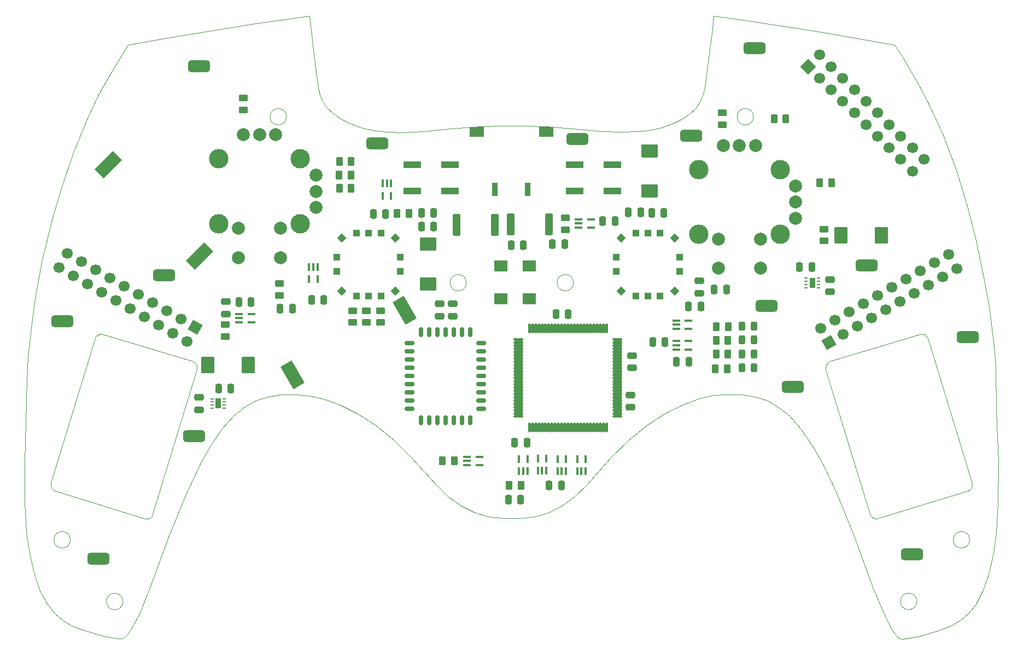
<source format=gbr>
%TF.GenerationSoftware,KiCad,Pcbnew,(6.0.9)*%
%TF.CreationDate,2022-11-22T19:39:32+02:00*%
%TF.ProjectId,PCB,5043422e-6b69-4636-9164-5f7063625858,rev?*%
%TF.SameCoordinates,Original*%
%TF.FileFunction,Soldermask,Top*%
%TF.FilePolarity,Negative*%
%FSLAX46Y46*%
G04 Gerber Fmt 4.6, Leading zero omitted, Abs format (unit mm)*
G04 Created by KiCad (PCBNEW (6.0.9)) date 2022-11-22 19:39:32*
%MOMM*%
%LPD*%
G01*
G04 APERTURE LIST*
G04 Aperture macros list*
%AMRoundRect*
0 Rectangle with rounded corners*
0 $1 Rounding radius*
0 $2 $3 $4 $5 $6 $7 $8 $9 X,Y pos of 4 corners*
0 Add a 4 corners polygon primitive as box body*
4,1,4,$2,$3,$4,$5,$6,$7,$8,$9,$2,$3,0*
0 Add four circle primitives for the rounded corners*
1,1,$1+$1,$2,$3*
1,1,$1+$1,$4,$5*
1,1,$1+$1,$6,$7*
1,1,$1+$1,$8,$9*
0 Add four rect primitives between the rounded corners*
20,1,$1+$1,$2,$3,$4,$5,0*
20,1,$1+$1,$4,$5,$6,$7,0*
20,1,$1+$1,$6,$7,$8,$9,0*
20,1,$1+$1,$8,$9,$2,$3,0*%
%AMHorizOval*
0 Thick line with rounded ends*
0 $1 width*
0 $2 $3 position (X,Y) of the first rounded end (center of the circle)*
0 $4 $5 position (X,Y) of the second rounded end (center of the circle)*
0 Add line between two ends*
20,1,$1,$2,$3,$4,$5,0*
0 Add two circle primitives to create the rounded ends*
1,1,$1,$2,$3*
1,1,$1,$4,$5*%
%AMRotRect*
0 Rectangle, with rotation*
0 The origin of the aperture is its center*
0 $1 length*
0 $2 width*
0 $3 Rotation angle, in degrees counterclockwise*
0 Add horizontal line*
21,1,$1,$2,0,0,$3*%
G04 Aperture macros list end*
%TA.AperFunction,Profile*%
%ADD10C,0.100000*%
%TD*%
%ADD11RoundRect,0.243750X0.243750X0.456250X-0.243750X0.456250X-0.243750X-0.456250X0.243750X-0.456250X0*%
%ADD12RoundRect,0.450000X-1.270000X-0.450000X1.270000X-0.450000X1.270000X0.450000X-1.270000X0.450000X0*%
%ADD13RoundRect,0.250000X-0.262500X-0.450000X0.262500X-0.450000X0.262500X0.450000X-0.262500X0.450000X0*%
%ADD14RoundRect,0.150000X-0.150000X-0.587500X0.150000X-0.587500X0.150000X0.587500X-0.150000X0.587500X0*%
%ADD15RoundRect,0.150000X-0.587500X-0.150000X0.587500X-0.150000X0.587500X0.150000X-0.587500X0.150000X0*%
%ADD16RoundRect,0.250000X0.362500X1.425000X-0.362500X1.425000X-0.362500X-1.425000X0.362500X-1.425000X0*%
%ADD17R,1.200000X0.400000*%
%ADD18RoundRect,0.250000X-0.450000X0.262500X-0.450000X-0.262500X0.450000X-0.262500X0.450000X0.262500X0*%
%ADD19RoundRect,0.250000X0.475000X-0.250000X0.475000X0.250000X-0.475000X0.250000X-0.475000X-0.250000X0*%
%ADD20RoundRect,0.250000X0.250000X0.475000X-0.250000X0.475000X-0.250000X-0.475000X0.250000X-0.475000X0*%
%ADD21R,0.500000X0.250000*%
%ADD22R,0.900000X1.600000*%
%ADD23R,2.800000X1.000000*%
%ADD24RoundRect,0.250000X0.787500X1.025000X-0.787500X1.025000X-0.787500X-1.025000X0.787500X-1.025000X0*%
%ADD25R,0.400000X1.200000*%
%ADD26RoundRect,0.250000X0.262500X0.450000X-0.262500X0.450000X-0.262500X-0.450000X0.262500X-0.450000X0*%
%ADD27RoundRect,0.250000X-0.475000X0.250000X-0.475000X-0.250000X0.475000X-0.250000X0.475000X0.250000X0*%
%ADD28RoundRect,0.250000X-0.250000X-0.475000X0.250000X-0.475000X0.250000X0.475000X-0.250000X0.475000X0*%
%ADD29RoundRect,0.250000X-1.025000X0.787500X-1.025000X-0.787500X1.025000X-0.787500X1.025000X0.787500X0*%
%ADD30R,1.000000X1.000000*%
%ADD31RotRect,1.000000X1.000000X135.000000*%
%ADD32RotRect,1.000000X1.000000X45.000000*%
%ADD33RotRect,1.700000X1.700000X120.000000*%
%ADD34HorizOval,1.700000X0.000000X0.000000X0.000000X0.000000X0*%
%ADD35RoundRect,0.250000X0.450000X-0.262500X0.450000X0.262500X-0.450000X0.262500X-0.450000X-0.262500X0*%
%ADD36RoundRect,0.075000X-0.662500X-0.075000X0.662500X-0.075000X0.662500X0.075000X-0.662500X0.075000X0*%
%ADD37RoundRect,0.075000X-0.075000X-0.662500X0.075000X-0.662500X0.075000X0.662500X-0.075000X0.662500X0*%
%ADD38R,0.890000X2.080000*%
%ADD39R,2.325000X1.520000*%
%ADD40RoundRect,0.250000X-0.362500X-1.425000X0.362500X-1.425000X0.362500X1.425000X-0.362500X1.425000X0*%
%ADD41RoundRect,0.250000X1.025000X-0.787500X1.025000X0.787500X-1.025000X0.787500X-1.025000X-0.787500X0*%
%ADD42R,2.000000X1.800000*%
%ADD43C,2.000000*%
%ADD44C,3.000000*%
%ADD45RotRect,1.700000X1.700000X45.000000*%
%ADD46HorizOval,1.700000X0.000000X0.000000X0.000000X0.000000X0*%
%ADD47RotRect,1.700000X1.700000X240.000000*%
%ADD48HorizOval,1.700000X0.000000X0.000000X0.000000X0.000000X0*%
%ADD49RotRect,2.000000X4.000000X135.000000*%
%ADD50RoundRect,0.250000X-0.787500X-1.025000X0.787500X-1.025000X0.787500X1.025000X-0.787500X1.025000X0*%
%ADD51RotRect,2.000000X4.000000X30.000000*%
G04 APERTURE END LIST*
D10*
X175615600Y-38887400D02*
X187248800Y-40665400D01*
X199390000Y-42799000D01*
X200710800Y-44831000D01*
X203250800Y-49199800D01*
X204622400Y-51892200D01*
X206857600Y-56769000D01*
X208889600Y-62204600D01*
X210515200Y-67437000D01*
X211988400Y-73025000D01*
X213360000Y-79629000D01*
X213969600Y-83235800D01*
X214731600Y-89433400D01*
X214985600Y-92532200D01*
X215138000Y-99491800D01*
X215442800Y-107365800D01*
X215392000Y-113614200D01*
X215138000Y-118237000D01*
X214680800Y-121386600D01*
X213918800Y-124739400D01*
X213004400Y-127330200D01*
X211937600Y-129311400D01*
X210769200Y-130784600D01*
X209600800Y-131800600D01*
X208127600Y-132664200D01*
X206197200Y-133375400D01*
X203047600Y-134289800D01*
X201523600Y-134594600D01*
X200558400Y-134747000D01*
X200304400Y-134696200D01*
X199948800Y-134543800D01*
X199491600Y-134035800D01*
X198780400Y-132969000D01*
X197815200Y-130987800D01*
X195986400Y-126669800D01*
X192989200Y-118541800D01*
X190398400Y-112141000D01*
X188264800Y-107670600D01*
X186639200Y-104825800D01*
X184810400Y-102133400D01*
X183083200Y-100203000D01*
X181559200Y-98983800D01*
X179679600Y-97866200D01*
X177800000Y-97256600D01*
X175666400Y-96901000D01*
X173126400Y-96901000D01*
X171450000Y-97002600D01*
X169113200Y-97510600D01*
X166522400Y-98475800D01*
X163880800Y-99796600D01*
X161036000Y-101625400D01*
X158242000Y-103962200D01*
X155346400Y-106756200D01*
X151790400Y-110769400D01*
X149758400Y-112750600D01*
X147878800Y-114071400D01*
X145897600Y-115087400D01*
X143713200Y-115747800D01*
X141325600Y-116052600D01*
X138734800Y-116052600D01*
X136398000Y-115747800D01*
X134213600Y-115087400D01*
X132181600Y-114122200D01*
X130302000Y-112750600D01*
X128320800Y-110769400D01*
X124714000Y-106807000D01*
X121818400Y-103911400D01*
X119024400Y-101676200D01*
X116230400Y-99847400D01*
X113538000Y-98475800D01*
X110998000Y-97561400D01*
X108610400Y-97053400D01*
X106934000Y-96901000D01*
X104394000Y-96901000D01*
X102311200Y-97256600D01*
X100431600Y-97866200D01*
X98552000Y-98933000D01*
X97028000Y-100203000D01*
X95250000Y-102133400D01*
X93421200Y-104775000D01*
X91795600Y-107619800D01*
X89712800Y-112141000D01*
X87122000Y-118491000D01*
X84124800Y-126568200D01*
X82346800Y-130987800D01*
X81280000Y-132969000D01*
X80568800Y-133985000D01*
X79959200Y-134543800D01*
X79552800Y-134696200D01*
X78536800Y-134594600D01*
X77063600Y-134289800D01*
X73863200Y-133375400D01*
X71882000Y-132664200D01*
X70459600Y-131800600D01*
X69291200Y-130784600D01*
X68122800Y-129260600D01*
X67056000Y-127330200D01*
X66141600Y-124790200D01*
X65379600Y-121437400D01*
X64922400Y-118237000D01*
X64668400Y-113563400D01*
X64668400Y-107365800D01*
X64973200Y-94665800D01*
X65176400Y-91059000D01*
X65633600Y-86537800D01*
X66344800Y-81457800D01*
X67310000Y-76377800D01*
X68884800Y-69824600D01*
X70307200Y-64998600D01*
X72186800Y-59461400D01*
X74269600Y-54330600D01*
X76098400Y-50520600D01*
X78079600Y-46964600D01*
X80670400Y-42799000D01*
X86360000Y-41783000D01*
X99822000Y-39547800D01*
X108762800Y-38328600D01*
X109575600Y-45745400D01*
X110083600Y-49453800D01*
X110337600Y-50469800D01*
X110794800Y-51485800D01*
X111455200Y-52501800D01*
X112369600Y-53416200D01*
X113334800Y-54076600D01*
X114858800Y-54940200D01*
X116941600Y-55651400D01*
X118973600Y-56057800D01*
X120751600Y-56261000D01*
X123342400Y-56311800D01*
X126390400Y-56159400D01*
X130606800Y-55753000D01*
X135280400Y-55397400D01*
X138836400Y-55295800D01*
X141681200Y-55295800D01*
X145491200Y-55448200D01*
X150418800Y-55854600D01*
X154076400Y-56159400D01*
X157073600Y-56261000D01*
X159715200Y-56210200D01*
X161340800Y-56007000D01*
X163271200Y-55600600D01*
X165303200Y-54838600D01*
X166370000Y-54330600D01*
X167538400Y-53517800D01*
X168605200Y-52501800D01*
X169214800Y-51587400D01*
X169621200Y-50571400D01*
X169976800Y-49453800D01*
X170332400Y-46710600D01*
X171145200Y-40360600D01*
X171297600Y-38328600D01*
X175615600Y-38887400D01*
X79886044Y-128933444D02*
G75*
G03*
X79886044Y-128933444I-1273044J0D01*
G01*
X177523644Y-53927244D02*
G75*
G03*
X177523644Y-53927244I-1273044J0D01*
G01*
X133073644Y-79606644D02*
G75*
G03*
X133073644Y-79606644I-1273044J0D01*
G01*
X202822044Y-128908044D02*
G75*
G03*
X202822044Y-128908044I-1273044J0D01*
G01*
X76758800Y-87553800D02*
X90627200Y-91770200D01*
X91033600Y-91973400D01*
X91236800Y-92227400D01*
X91287600Y-92481400D01*
X91338400Y-92684600D01*
X91338400Y-93040200D01*
X84480400Y-115392200D01*
X84429600Y-115544600D01*
X84277200Y-115798600D01*
X84023200Y-116001800D01*
X83667600Y-116103400D01*
X83261200Y-116103400D01*
X69392800Y-111836200D01*
X69138800Y-111683800D01*
X68986400Y-111531400D01*
X68783200Y-111277400D01*
X68681600Y-111023400D01*
X68681600Y-110566200D01*
X75539600Y-88214200D01*
X75590400Y-88011000D01*
X75742800Y-87858600D01*
X76047600Y-87655400D01*
X76403200Y-87503000D01*
X76758800Y-87553800D01*
X149659844Y-79606644D02*
G75*
G03*
X149659844Y-79606644I-1273044J0D01*
G01*
X203962000Y-87604600D02*
X204114400Y-87655400D01*
X204266800Y-87858600D01*
X204368400Y-88011000D01*
X204520800Y-88214200D01*
X211277200Y-110363000D01*
X211328000Y-110566200D01*
X211378800Y-110871000D01*
X211328000Y-111175800D01*
X211226400Y-111429800D01*
X211023200Y-111633000D01*
X210667600Y-111836200D01*
X196850000Y-116052600D01*
X196697600Y-116103400D01*
X196392800Y-116103400D01*
X195884800Y-115900200D01*
X195681600Y-115646200D01*
X195529200Y-115392200D01*
X188722000Y-93091000D01*
X188671200Y-92735400D01*
X188772800Y-92329000D01*
X188874400Y-92176600D01*
X189179200Y-91871800D01*
X189382400Y-91770200D01*
X203250800Y-87553800D01*
X203708000Y-87553800D01*
X203962000Y-87604600D01*
X211000844Y-119383044D02*
G75*
G03*
X211000844Y-119383044I-1273044J0D01*
G01*
X105209844Y-53927244D02*
G75*
G03*
X105209844Y-53927244I-1273044J0D01*
G01*
X71732644Y-119383044D02*
G75*
G03*
X71732644Y-119383044I-1273044J0D01*
G01*
X175615600Y-38887400D02*
X187248800Y-40665400D01*
X199390000Y-42799000D01*
X200710800Y-44831000D01*
X203250800Y-49199800D01*
X204622400Y-51892200D01*
X206857600Y-56769000D01*
X208889600Y-62204600D01*
X210515200Y-67437000D01*
X211988400Y-73025000D01*
X213360000Y-79629000D01*
X213969600Y-83235800D01*
X214731600Y-89433400D01*
X214985600Y-92532200D01*
X215138000Y-99491800D01*
X215442800Y-107365800D01*
X215392000Y-113614200D01*
X215138000Y-118237000D01*
X214680800Y-121386600D01*
X213918800Y-124739400D01*
X213004400Y-127330200D01*
X211937600Y-129311400D01*
X210769200Y-130784600D01*
X209600800Y-131800600D01*
X208127600Y-132664200D01*
X206197200Y-133375400D01*
X203047600Y-134289800D01*
X201523600Y-134594600D01*
X200558400Y-134747000D01*
X200304400Y-134696200D01*
X199948800Y-134543800D01*
X199491600Y-134035800D01*
X198780400Y-132969000D01*
X197815200Y-130987800D01*
X195986400Y-126669800D01*
X192989200Y-118541800D01*
X190398400Y-112141000D01*
X188264800Y-107670600D01*
X186639200Y-104825800D01*
X184810400Y-102133400D01*
X183083200Y-100203000D01*
X181559200Y-98983800D01*
X179679600Y-97866200D01*
X177800000Y-97256600D01*
X175666400Y-96901000D01*
X173126400Y-96901000D01*
X171450000Y-97002600D01*
X169113200Y-97510600D01*
X166522400Y-98475800D01*
X163880800Y-99796600D01*
X161036000Y-101625400D01*
X158242000Y-103962200D01*
X155346400Y-106756200D01*
X151790400Y-110769400D01*
X149758400Y-112750600D01*
X147878800Y-114071400D01*
X145897600Y-115087400D01*
X143713200Y-115747800D01*
X141325600Y-116052600D01*
X138734800Y-116052600D01*
X136398000Y-115747800D01*
X134213600Y-115087400D01*
X132181600Y-114122200D01*
X130302000Y-112750600D01*
X128320800Y-110769400D01*
X124714000Y-106807000D01*
X121818400Y-103911400D01*
X119024400Y-101676200D01*
X116230400Y-99847400D01*
X113538000Y-98475800D01*
X110998000Y-97561400D01*
X108610400Y-97053400D01*
X106934000Y-96901000D01*
X104394000Y-96901000D01*
X102311200Y-97256600D01*
X100431600Y-97866200D01*
X98552000Y-98933000D01*
X97028000Y-100203000D01*
X95250000Y-102133400D01*
X93421200Y-104775000D01*
X91795600Y-107619800D01*
X89712800Y-112141000D01*
X87122000Y-118491000D01*
X84124800Y-126568200D01*
X82346800Y-130987800D01*
X81280000Y-132969000D01*
X80568800Y-133985000D01*
X79959200Y-134543800D01*
X79552800Y-134696200D01*
X78536800Y-134594600D01*
X77063600Y-134289800D01*
X73863200Y-133375400D01*
X71882000Y-132664200D01*
X70459600Y-131800600D01*
X69291200Y-130784600D01*
X68122800Y-129260600D01*
X67056000Y-127330200D01*
X66141600Y-124790200D01*
X65379600Y-121437400D01*
X64922400Y-118237000D01*
X64668400Y-113563400D01*
X64668400Y-107365800D01*
X64973200Y-94665800D01*
X65176400Y-91059000D01*
X65633600Y-86537800D01*
X66344800Y-81457800D01*
X67310000Y-76377800D01*
X68884800Y-69824600D01*
X70307200Y-64998600D01*
X72186800Y-59461400D01*
X74269600Y-54330600D01*
X76098400Y-50520600D01*
X78079600Y-46964600D01*
X80670400Y-42799000D01*
X86360000Y-41783000D01*
X99822000Y-39547800D01*
X108762800Y-38328600D01*
X109575600Y-45745400D01*
X110083600Y-49453800D01*
X110337600Y-50469800D01*
X110794800Y-51485800D01*
X111455200Y-52501800D01*
X112369600Y-53416200D01*
X113334800Y-54076600D01*
X114858800Y-54940200D01*
X116941600Y-55651400D01*
X118973600Y-56057800D01*
X120751600Y-56261000D01*
X123342400Y-56311800D01*
X126390400Y-56159400D01*
X130606800Y-55753000D01*
X135280400Y-55397400D01*
X138836400Y-55295800D01*
X141681200Y-55295800D01*
X145491200Y-55448200D01*
X150418800Y-55854600D01*
X154076400Y-56159400D01*
X157073600Y-56261000D01*
X159715200Y-56210200D01*
X161340800Y-56007000D01*
X163271200Y-55600600D01*
X165303200Y-54838600D01*
X166370000Y-54330600D01*
X167538400Y-53517800D01*
X168605200Y-52501800D01*
X169214800Y-51587400D01*
X169621200Y-50571400D01*
X169976800Y-49453800D01*
X170332400Y-46710600D01*
X171145200Y-40360600D01*
X171297600Y-38328600D01*
X175615600Y-38887400D01*
X79886044Y-128933444D02*
G75*
G03*
X79886044Y-128933444I-1273044J0D01*
G01*
X177523644Y-53927244D02*
G75*
G03*
X177523644Y-53927244I-1273044J0D01*
G01*
X133073644Y-79606644D02*
G75*
G03*
X133073644Y-79606644I-1273044J0D01*
G01*
X202822044Y-128908044D02*
G75*
G03*
X202822044Y-128908044I-1273044J0D01*
G01*
X76758800Y-87553800D02*
X90627200Y-91770200D01*
X91033600Y-91973400D01*
X91236800Y-92227400D01*
X91287600Y-92481400D01*
X91338400Y-92684600D01*
X91338400Y-93040200D01*
X84480400Y-115392200D01*
X84429600Y-115544600D01*
X84277200Y-115798600D01*
X84023200Y-116001800D01*
X83667600Y-116103400D01*
X83261200Y-116103400D01*
X69392800Y-111836200D01*
X69138800Y-111683800D01*
X68986400Y-111531400D01*
X68783200Y-111277400D01*
X68681600Y-111023400D01*
X68681600Y-110566200D01*
X75539600Y-88214200D01*
X75590400Y-88011000D01*
X75742800Y-87858600D01*
X76047600Y-87655400D01*
X76403200Y-87503000D01*
X76758800Y-87553800D01*
X149659844Y-79606644D02*
G75*
G03*
X149659844Y-79606644I-1273044J0D01*
G01*
X203962000Y-87604600D02*
X204114400Y-87655400D01*
X204266800Y-87858600D01*
X204368400Y-88011000D01*
X204520800Y-88214200D01*
X211277200Y-110363000D01*
X211328000Y-110566200D01*
X211378800Y-110871000D01*
X211328000Y-111175800D01*
X211226400Y-111429800D01*
X211023200Y-111633000D01*
X210667600Y-111836200D01*
X196850000Y-116052600D01*
X196697600Y-116103400D01*
X196392800Y-116103400D01*
X195884800Y-115900200D01*
X195681600Y-115646200D01*
X195529200Y-115392200D01*
X188722000Y-93091000D01*
X188671200Y-92735400D01*
X188772800Y-92329000D01*
X188874400Y-92176600D01*
X189179200Y-91871800D01*
X189382400Y-91770200D01*
X203250800Y-87553800D01*
X203708000Y-87553800D01*
X203962000Y-87604600D01*
X211000844Y-119383044D02*
G75*
G03*
X211000844Y-119383044I-1273044J0D01*
G01*
X105209844Y-53927244D02*
G75*
G03*
X105209844Y-53927244I-1273044J0D01*
G01*
X71732644Y-119383044D02*
G75*
G03*
X71732644Y-119383044I-1273044J0D01*
G01*
D11*
%TO.C,D1*%
X177594500Y-92735400D03*
X175719500Y-92735400D03*
%TD*%
D12*
%TO.C,TP14*%
X86233000Y-78486000D03*
%TD*%
D13*
%TO.C,R31*%
X180722900Y-54203600D03*
X182547900Y-54203600D03*
%TD*%
D14*
%TO.C,U5*%
X129819400Y-87218700D03*
X128549400Y-87218700D03*
X127279400Y-87218700D03*
X126009400Y-87218700D03*
D15*
X124256900Y-88976200D03*
X124256900Y-90246200D03*
X124256900Y-91516200D03*
X124256900Y-92786200D03*
X124256900Y-94056200D03*
X124256900Y-95326200D03*
X124256900Y-96596200D03*
X124256900Y-97866200D03*
X124256900Y-99136200D03*
D14*
X126009400Y-100893700D03*
X127279400Y-100893700D03*
X128549400Y-100893700D03*
X129819400Y-100893700D03*
X131089400Y-100893700D03*
X132359400Y-100893700D03*
X133629400Y-100893700D03*
D15*
X135381900Y-99136200D03*
X135381900Y-97866200D03*
X135381900Y-96596200D03*
X135381900Y-95326200D03*
X135381900Y-94056200D03*
X135381900Y-92786200D03*
X135381900Y-91516200D03*
X135381900Y-90246200D03*
X135381900Y-88976200D03*
D14*
X133629400Y-87218700D03*
X132359400Y-87218700D03*
X131089400Y-87218700D03*
%TD*%
D16*
%TO.C,R1*%
X137455500Y-70637400D03*
X131530500Y-70637400D03*
%TD*%
D17*
%TO.C,IC3*%
X165547000Y-88631000D03*
X165547000Y-89281000D03*
X165547000Y-89931000D03*
X167447000Y-89931000D03*
X167447000Y-88631000D03*
%TD*%
D18*
%TO.C,R22*%
X117602000Y-83947000D03*
X117602000Y-85772000D03*
%TD*%
D11*
%TO.C,D4*%
X177594500Y-86360000D03*
X175719500Y-86360000D03*
%TD*%
D19*
%TO.C,C25*%
X128879600Y-84770000D03*
X128879600Y-82870000D03*
%TD*%
D17*
%TO.C,IC9*%
X165547000Y-85456000D03*
X165547000Y-86106000D03*
X165547000Y-86756000D03*
X167447000Y-86756000D03*
X167447000Y-85456000D03*
%TD*%
D20*
%TO.C,C16*%
X160055600Y-68732400D03*
X158155600Y-68732400D03*
%TD*%
D21*
%TO.C,U1*%
X185679000Y-78867000D03*
X185679000Y-79367000D03*
X185679000Y-79867000D03*
X185679000Y-80367000D03*
X187579000Y-80367000D03*
X187579000Y-79867000D03*
X187579000Y-79367000D03*
X187579000Y-78867000D03*
D22*
X186629000Y-79617000D03*
%TD*%
D12*
%TO.C,TP6*%
X150241000Y-57404000D03*
%TD*%
D13*
%TO.C,R17*%
X139700000Y-110998000D03*
X141525000Y-110998000D03*
%TD*%
D23*
%TO.C,S5*%
X130510000Y-61380000D03*
X124710000Y-61380000D03*
X124710000Y-65380000D03*
X130510000Y-65380000D03*
%TD*%
D24*
%TO.C,C3*%
X99251500Y-92329000D03*
X93026500Y-92329000D03*
%TD*%
D25*
%TO.C,IC15*%
X121401600Y-64251800D03*
X120751600Y-64251800D03*
X120101600Y-64251800D03*
X120101600Y-66151800D03*
X121401600Y-66151800D03*
%TD*%
D11*
%TO.C,D3*%
X177592200Y-88442800D03*
X175717200Y-88442800D03*
%TD*%
D20*
%TO.C,C44*%
X163830000Y-88773000D03*
X161930000Y-88773000D03*
%TD*%
D26*
%TO.C,R3*%
X173457000Y-92887800D03*
X171632000Y-92887800D03*
%TD*%
D25*
%TO.C,IC11*%
X150226000Y-108773000D03*
X150876000Y-108773000D03*
X151526000Y-108773000D03*
X151526000Y-106873000D03*
X150226000Y-106873000D03*
%TD*%
D13*
%TO.C,R35*%
X187784100Y-64135000D03*
X189609100Y-64135000D03*
%TD*%
D27*
%TO.C,C4*%
X189404000Y-79109000D03*
X189404000Y-81009000D03*
%TD*%
D12*
%TO.C,TP12*%
X210693000Y-88011000D03*
%TD*%
D28*
%TO.C,C1*%
X94681000Y-96012000D03*
X96581000Y-96012000D03*
%TD*%
D18*
%TO.C,R7*%
X148361400Y-69597900D03*
X148361400Y-71422900D03*
%TD*%
D13*
%TO.C,R29*%
X113387500Y-65024000D03*
X115212500Y-65024000D03*
%TD*%
D29*
%TO.C,C12*%
X127152400Y-73595500D03*
X127152400Y-79820500D03*
%TD*%
D30*
%TO.C,S3*%
X113017000Y-77900000D03*
X122817000Y-77900000D03*
X122817000Y-75700000D03*
X113017000Y-75700000D03*
X116017000Y-71900000D03*
X117917000Y-71900000D03*
X119817000Y-71900000D03*
X116017000Y-81700000D03*
X117917000Y-81700000D03*
X119817000Y-81700000D03*
D31*
X122053570Y-80936570D03*
D32*
X122053570Y-72663430D03*
D31*
X113780430Y-72663430D03*
D32*
X113780430Y-80936570D03*
%TD*%
D26*
%TO.C,R6*%
X173609400Y-86385400D03*
X171784400Y-86385400D03*
%TD*%
D33*
%TO.C,J2*%
X189239773Y-88900000D03*
D34*
X187969773Y-86700295D03*
X191439478Y-87630000D03*
X190169478Y-85430295D03*
X193639182Y-86360000D03*
X192369182Y-84160295D03*
X195838887Y-85090000D03*
X194568887Y-82890295D03*
X198038591Y-83820000D03*
X196768591Y-81620295D03*
X200238296Y-82550000D03*
X198968296Y-80350295D03*
X202438000Y-81280000D03*
X201168000Y-79080295D03*
X204637705Y-80010000D03*
X203367705Y-77810295D03*
X206837409Y-78740000D03*
X205567409Y-76540295D03*
X209037114Y-77470000D03*
X207767114Y-75270295D03*
%TD*%
D35*
%TO.C,R28*%
X98526600Y-52880900D03*
X98526600Y-51055900D03*
%TD*%
D17*
%TO.C,IC2*%
X150459400Y-69784200D03*
X150459400Y-70434200D03*
X150459400Y-71084200D03*
X152359400Y-71084200D03*
X152359400Y-69784200D03*
%TD*%
D20*
%TO.C,C61*%
X167513000Y-91821000D03*
X165613000Y-91821000D03*
%TD*%
D25*
%TO.C,IC4*%
X141209000Y-108773000D03*
X141859000Y-108773000D03*
X142509000Y-108773000D03*
X142509000Y-106873000D03*
X141209000Y-106873000D03*
%TD*%
D20*
%TO.C,C5*%
X186563000Y-77204000D03*
X184663000Y-77204000D03*
%TD*%
D28*
%TO.C,C41*%
X146954200Y-84429600D03*
X148854200Y-84429600D03*
%TD*%
D36*
%TO.C,U4*%
X141130700Y-88335600D03*
X141130700Y-88835600D03*
X141130700Y-89335600D03*
X141130700Y-89835600D03*
X141130700Y-90335600D03*
X141130700Y-90835600D03*
X141130700Y-91335600D03*
X141130700Y-91835600D03*
X141130700Y-92335600D03*
X141130700Y-92835600D03*
X141130700Y-93335600D03*
X141130700Y-93835600D03*
X141130700Y-94335600D03*
X141130700Y-94835600D03*
X141130700Y-95335600D03*
X141130700Y-95835600D03*
X141130700Y-96335600D03*
X141130700Y-96835600D03*
X141130700Y-97335600D03*
X141130700Y-97835600D03*
X141130700Y-98335600D03*
X141130700Y-98835600D03*
X141130700Y-99335600D03*
X141130700Y-99835600D03*
X141130700Y-100335600D03*
D37*
X142793200Y-101998100D03*
X143293200Y-101998100D03*
X143793200Y-101998100D03*
X144293200Y-101998100D03*
X144793200Y-101998100D03*
X145293200Y-101998100D03*
X145793200Y-101998100D03*
X146293200Y-101998100D03*
X146793200Y-101998100D03*
X147293200Y-101998100D03*
X147793200Y-101998100D03*
X148293200Y-101998100D03*
X148793200Y-101998100D03*
X149293200Y-101998100D03*
X149793200Y-101998100D03*
X150293200Y-101998100D03*
X150793200Y-101998100D03*
X151293200Y-101998100D03*
X151793200Y-101998100D03*
X152293200Y-101998100D03*
X152793200Y-101998100D03*
X153293200Y-101998100D03*
X153793200Y-101998100D03*
X154293200Y-101998100D03*
X154793200Y-101998100D03*
D36*
X156455700Y-100335600D03*
X156455700Y-99835600D03*
X156455700Y-99335600D03*
X156455700Y-98835600D03*
X156455700Y-98335600D03*
X156455700Y-97835600D03*
X156455700Y-97335600D03*
X156455700Y-96835600D03*
X156455700Y-96335600D03*
X156455700Y-95835600D03*
X156455700Y-95335600D03*
X156455700Y-94835600D03*
X156455700Y-94335600D03*
X156455700Y-93835600D03*
X156455700Y-93335600D03*
X156455700Y-92835600D03*
X156455700Y-92335600D03*
X156455700Y-91835600D03*
X156455700Y-91335600D03*
X156455700Y-90835600D03*
X156455700Y-90335600D03*
X156455700Y-89835600D03*
X156455700Y-89335600D03*
X156455700Y-88835600D03*
X156455700Y-88335600D03*
D37*
X154793200Y-86673100D03*
X154293200Y-86673100D03*
X153793200Y-86673100D03*
X153293200Y-86673100D03*
X152793200Y-86673100D03*
X152293200Y-86673100D03*
X151793200Y-86673100D03*
X151293200Y-86673100D03*
X150793200Y-86673100D03*
X150293200Y-86673100D03*
X149793200Y-86673100D03*
X149293200Y-86673100D03*
X148793200Y-86673100D03*
X148293200Y-86673100D03*
X147793200Y-86673100D03*
X147293200Y-86673100D03*
X146793200Y-86673100D03*
X146293200Y-86673100D03*
X145793200Y-86673100D03*
X145293200Y-86673100D03*
X144793200Y-86673100D03*
X144293200Y-86673100D03*
X143793200Y-86673100D03*
X143293200Y-86673100D03*
X142793200Y-86673100D03*
%TD*%
D38*
%TO.C,S1*%
X142590000Y-65150000D03*
X137510000Y-65150000D03*
D39*
X145428000Y-56230000D03*
X134672000Y-56230000D03*
%TD*%
D20*
%TO.C,C58*%
X147762000Y-110998000D03*
X145862000Y-110998000D03*
%TD*%
%TO.C,C32*%
X141894600Y-73812400D03*
X139994600Y-73812400D03*
%TD*%
D12*
%TO.C,TP9*%
X76073000Y-122301000D03*
%TD*%
D40*
%TO.C,R2*%
X139887100Y-70586600D03*
X145812100Y-70586600D03*
%TD*%
D18*
%TO.C,R20*%
X115443000Y-83947000D03*
X115443000Y-85772000D03*
%TD*%
D12*
%TO.C,TP1*%
X179578000Y-83185000D03*
%TD*%
%TO.C,TP4*%
X90932000Y-103378000D03*
%TD*%
D25*
%TO.C,IC5*%
X109997000Y-77155000D03*
X109347000Y-77155000D03*
X108697000Y-77155000D03*
X108697000Y-79055000D03*
X109997000Y-79055000D03*
%TD*%
D18*
%TO.C,R34*%
X188468000Y-71327000D03*
X188468000Y-73152000D03*
%TD*%
D12*
%TO.C,TP5*%
X119253000Y-58039000D03*
%TD*%
D35*
%TO.C,R21*%
X95758000Y-87907500D03*
X95758000Y-86082500D03*
%TD*%
D41*
%TO.C,C18*%
X161391600Y-65418700D03*
X161391600Y-59193700D03*
%TD*%
D20*
%TO.C,C22*%
X148270000Y-73634600D03*
X146370000Y-73634600D03*
%TD*%
D11*
%TO.C,D2*%
X177594500Y-90627200D03*
X175719500Y-90627200D03*
%TD*%
D17*
%TO.C,IC8*%
X97856000Y-84440000D03*
X97856000Y-85090000D03*
X97856000Y-85740000D03*
X99756000Y-85740000D03*
X99756000Y-84440000D03*
%TD*%
D20*
%TO.C,C11*%
X128026200Y-70916800D03*
X126126200Y-70916800D03*
%TD*%
D19*
%TO.C,C24*%
X130937000Y-84770000D03*
X130937000Y-82870000D03*
%TD*%
D42*
%TO.C,Y1*%
X138414400Y-77012800D03*
X138414400Y-82092800D03*
X142814400Y-82092800D03*
X142814400Y-77012800D03*
%TD*%
D13*
%TO.C,R27*%
X113387500Y-60833000D03*
X115212500Y-60833000D03*
%TD*%
D27*
%TO.C,C50*%
X169164000Y-79314000D03*
X169164000Y-81214000D03*
%TD*%
D12*
%TO.C,TP8*%
X177673000Y-43307000D03*
%TD*%
D18*
%TO.C,R26*%
X104089200Y-79757900D03*
X104089200Y-81582900D03*
%TD*%
D43*
%TO.C,U6*%
X103545000Y-56730000D03*
X109775000Y-67960000D03*
X101045000Y-56730000D03*
X109775000Y-65460000D03*
X98545000Y-56730000D03*
X109775000Y-62960000D03*
D44*
X94720000Y-60460000D03*
X107370000Y-60460000D03*
X107370000Y-70460000D03*
X94720000Y-70460000D03*
D43*
X97795000Y-71210000D03*
X104295000Y-71210000D03*
X97795000Y-75710000D03*
X104295000Y-75710000D03*
%TD*%
D20*
%TO.C,C40*%
X142428000Y-104317800D03*
X140528000Y-104317800D03*
%TD*%
D18*
%TO.C,R24*%
X119761000Y-83923500D03*
X119761000Y-85748500D03*
%TD*%
D12*
%TO.C,TP13*%
X195072000Y-76962000D03*
%TD*%
D19*
%TO.C,C42*%
X158496000Y-98867000D03*
X158496000Y-96967000D03*
%TD*%
D30*
%TO.C,S4*%
X156280000Y-77900000D03*
X166080000Y-77900000D03*
X166080000Y-75700000D03*
X156280000Y-75700000D03*
X159280000Y-71900000D03*
X161180000Y-71900000D03*
X163080000Y-71900000D03*
X159280000Y-81700000D03*
X161180000Y-81700000D03*
X163080000Y-81700000D03*
D31*
X165316570Y-80936570D03*
D32*
X165316570Y-72663430D03*
D31*
X157043430Y-72663430D03*
D32*
X157043430Y-80936570D03*
%TD*%
D13*
%TO.C,R25*%
X129366000Y-107188000D03*
X131191000Y-107188000D03*
%TD*%
D35*
%TO.C,R33*%
X172694600Y-55166900D03*
X172694600Y-53341900D03*
%TD*%
D20*
%TO.C,C46*%
X141478000Y-113157000D03*
X139578000Y-113157000D03*
%TD*%
D45*
%TO.C,J1*%
X185964744Y-46162867D03*
D46*
X187760795Y-44366816D03*
X187760795Y-47958918D03*
X189556846Y-46162867D03*
X189556846Y-49754969D03*
X191352898Y-47958918D03*
X191352898Y-51551021D03*
X193148949Y-49754969D03*
X193148949Y-53347072D03*
X194945000Y-51551021D03*
X194945000Y-55143123D03*
X196741051Y-53347072D03*
X196741051Y-56939174D03*
X198537103Y-55143123D03*
X198537103Y-58735226D03*
X200333154Y-56939174D03*
X200333154Y-60531277D03*
X202129205Y-58735226D03*
X202129205Y-62327328D03*
X203925256Y-60531277D03*
%TD*%
D17*
%TO.C,IC12*%
X133162000Y-106538000D03*
X133162000Y-107188000D03*
X133162000Y-107838000D03*
X135062000Y-107838000D03*
X135062000Y-106538000D03*
%TD*%
D43*
%TO.C,U7*%
X177845000Y-58380000D03*
X184075000Y-69610000D03*
X175345000Y-58380000D03*
X184075000Y-67110000D03*
X172845000Y-58380000D03*
X184075000Y-64610000D03*
D44*
X181670000Y-62110000D03*
X169020000Y-62110000D03*
X181670000Y-72110000D03*
X169020000Y-72110000D03*
D43*
X172095000Y-72860000D03*
X178595000Y-72860000D03*
X172095000Y-77360000D03*
X178595000Y-77360000D03*
%TD*%
D23*
%TO.C,S2*%
X149860000Y-65380000D03*
X155660000Y-65380000D03*
X155660000Y-61380000D03*
X149860000Y-61380000D03*
%TD*%
D47*
%TO.C,J3*%
X91059000Y-86487000D03*
D48*
X89789000Y-88686705D03*
X88859295Y-85217000D03*
X87589295Y-87416705D03*
X86659591Y-83947000D03*
X85389591Y-86146705D03*
X84459886Y-82677000D03*
X83189886Y-84876705D03*
X82260182Y-81407000D03*
X80990182Y-83606705D03*
X80060477Y-80137000D03*
X78790477Y-82336705D03*
X77860773Y-78867000D03*
X76590773Y-81066705D03*
X75661068Y-77597000D03*
X74391068Y-79796705D03*
X73461364Y-76327000D03*
X72191364Y-78526705D03*
X71261659Y-75057000D03*
X69991659Y-77256705D03*
%TD*%
D12*
%TO.C,TP2*%
X183642000Y-95758000D03*
%TD*%
D28*
%TO.C,C66*%
X171455000Y-80645000D03*
X173355000Y-80645000D03*
%TD*%
D26*
%TO.C,R4*%
X173558600Y-90652600D03*
X171733600Y-90652600D03*
%TD*%
%TO.C,R5*%
X173558600Y-88519000D03*
X171733600Y-88519000D03*
%TD*%
D12*
%TO.C,TP11*%
X202057000Y-121666000D03*
%TD*%
D28*
%TO.C,C64*%
X104206000Y-83642200D03*
X106106000Y-83642200D03*
%TD*%
D12*
%TO.C,TP7*%
X167894000Y-56896000D03*
%TD*%
D21*
%TO.C,U2*%
X93665000Y-97548000D03*
X93665000Y-98048000D03*
X93665000Y-98548000D03*
X93665000Y-99048000D03*
X95565000Y-99048000D03*
X95565000Y-98548000D03*
X95565000Y-98048000D03*
X95565000Y-97548000D03*
D22*
X94615000Y-98298000D03*
%TD*%
D28*
%TO.C,C49*%
X167452000Y-83312000D03*
X169352000Y-83312000D03*
%TD*%
D19*
%TO.C,C54*%
X95783400Y-84439800D03*
X95783400Y-82539800D03*
%TD*%
D20*
%TO.C,C51*%
X99705200Y-82600800D03*
X97805200Y-82600800D03*
%TD*%
D26*
%TO.C,R36*%
X124178700Y-68884800D03*
X122353700Y-68884800D03*
%TD*%
D20*
%TO.C,C10*%
X128026200Y-68808600D03*
X126126200Y-68808600D03*
%TD*%
D28*
%TO.C,C23*%
X154167800Y-70053200D03*
X156067800Y-70053200D03*
%TD*%
D20*
%TO.C,C68*%
X120558600Y-68961000D03*
X118658600Y-68961000D03*
%TD*%
D25*
%TO.C,IC6*%
X144130000Y-108712000D03*
X144780000Y-108712000D03*
X145430000Y-108712000D03*
X145430000Y-106812000D03*
X144130000Y-106812000D03*
%TD*%
D28*
%TO.C,C17*%
X161737000Y-68757800D03*
X163637000Y-68757800D03*
%TD*%
D27*
%TO.C,C2*%
X91694000Y-97348000D03*
X91694000Y-99248000D03*
%TD*%
D28*
%TO.C,C48*%
X109098000Y-82296000D03*
X110998000Y-82296000D03*
%TD*%
D13*
%TO.C,R30*%
X113364000Y-62992000D03*
X115189000Y-62992000D03*
%TD*%
D12*
%TO.C,TP3*%
X70485000Y-85598000D03*
%TD*%
D25*
%TO.C,IC10*%
X147178000Y-108773000D03*
X147828000Y-108773000D03*
X148478000Y-108773000D03*
X148478000Y-106873000D03*
X147178000Y-106873000D03*
%TD*%
D49*
%TO.C,BT2*%
X91774812Y-75518812D03*
X77632676Y-61376676D03*
%TD*%
D12*
%TO.C,TP10*%
X91694000Y-46101000D03*
%TD*%
D50*
%TO.C,C6*%
X191070500Y-72263000D03*
X197295500Y-72263000D03*
%TD*%
D19*
%TO.C,C55*%
X158750000Y-92771000D03*
X158750000Y-90871000D03*
%TD*%
D51*
%TO.C,BT1*%
X106160841Y-93872000D03*
X123481349Y-83872000D03*
%TD*%
G36*
X148649479Y-101312169D02*
G01*
X148649647Y-101313443D01*
X148645200Y-101335799D01*
X148645200Y-102660401D01*
X148649647Y-102682757D01*
X148649004Y-102684651D01*
X148647042Y-102685041D01*
X148646022Y-102684258D01*
X148645631Y-102683673D01*
X148592255Y-102639065D01*
X148523540Y-102630433D01*
X148460910Y-102660397D01*
X148440858Y-102683540D01*
X148440378Y-102684258D01*
X148438584Y-102685143D01*
X148436921Y-102684031D01*
X148436753Y-102682757D01*
X148441200Y-102660401D01*
X148441200Y-101335799D01*
X148436753Y-101313443D01*
X148437396Y-101311549D01*
X148439358Y-101311159D01*
X148440378Y-101311942D01*
X148440769Y-101312527D01*
X148494145Y-101357135D01*
X148562860Y-101365767D01*
X148625490Y-101335803D01*
X148645542Y-101312660D01*
X148646022Y-101311942D01*
X148647816Y-101311057D01*
X148649479Y-101312169D01*
G37*
G36*
X145149479Y-101312169D02*
G01*
X145149647Y-101313443D01*
X145145200Y-101335799D01*
X145145200Y-102660401D01*
X145149647Y-102682757D01*
X145149004Y-102684651D01*
X145147042Y-102685041D01*
X145146022Y-102684258D01*
X145145631Y-102683673D01*
X145092255Y-102639065D01*
X145023540Y-102630433D01*
X144960910Y-102660397D01*
X144940858Y-102683540D01*
X144940378Y-102684258D01*
X144938584Y-102685143D01*
X144936921Y-102684031D01*
X144936753Y-102682757D01*
X144941200Y-102660401D01*
X144941200Y-101335799D01*
X144936753Y-101313443D01*
X144937396Y-101311549D01*
X144939358Y-101311159D01*
X144940378Y-101311942D01*
X144940769Y-101312527D01*
X144994145Y-101357135D01*
X145062860Y-101365767D01*
X145125490Y-101335803D01*
X145145542Y-101312660D01*
X145146022Y-101311942D01*
X145147816Y-101311057D01*
X145149479Y-101312169D01*
G37*
G36*
X150649479Y-101312169D02*
G01*
X150649647Y-101313443D01*
X150645200Y-101335799D01*
X150645200Y-102660401D01*
X150649647Y-102682757D01*
X150649004Y-102684651D01*
X150647042Y-102685041D01*
X150646022Y-102684258D01*
X150645631Y-102683673D01*
X150592255Y-102639065D01*
X150523540Y-102630433D01*
X150460910Y-102660397D01*
X150440858Y-102683540D01*
X150440378Y-102684258D01*
X150438584Y-102685143D01*
X150436921Y-102684031D01*
X150436753Y-102682757D01*
X150441200Y-102660401D01*
X150441200Y-101335799D01*
X150436753Y-101313443D01*
X150437396Y-101311549D01*
X150439358Y-101311159D01*
X150440378Y-101311942D01*
X150440769Y-101312527D01*
X150494145Y-101357135D01*
X150562860Y-101365767D01*
X150625490Y-101335803D01*
X150645542Y-101312660D01*
X150646022Y-101311942D01*
X150647816Y-101311057D01*
X150649479Y-101312169D01*
G37*
G36*
X154149479Y-101312169D02*
G01*
X154149647Y-101313443D01*
X154145200Y-101335799D01*
X154145200Y-102660401D01*
X154149647Y-102682757D01*
X154149004Y-102684651D01*
X154147042Y-102685041D01*
X154146022Y-102684258D01*
X154145631Y-102683673D01*
X154092255Y-102639065D01*
X154023540Y-102630433D01*
X153960910Y-102660397D01*
X153940858Y-102683540D01*
X153940378Y-102684258D01*
X153938584Y-102685143D01*
X153936921Y-102684031D01*
X153936753Y-102682757D01*
X153941200Y-102660401D01*
X153941200Y-101335799D01*
X153936753Y-101313443D01*
X153937396Y-101311549D01*
X153939358Y-101311159D01*
X153940378Y-101311942D01*
X153940769Y-101312527D01*
X153994145Y-101357135D01*
X154062860Y-101365767D01*
X154125490Y-101335803D01*
X154145542Y-101312660D01*
X154146022Y-101311942D01*
X154147816Y-101311057D01*
X154149479Y-101312169D01*
G37*
G36*
X146149479Y-101312169D02*
G01*
X146149647Y-101313443D01*
X146145200Y-101335799D01*
X146145200Y-102660401D01*
X146149647Y-102682757D01*
X146149004Y-102684651D01*
X146147042Y-102685041D01*
X146146022Y-102684258D01*
X146145631Y-102683673D01*
X146092255Y-102639065D01*
X146023540Y-102630433D01*
X145960910Y-102660397D01*
X145940858Y-102683540D01*
X145940378Y-102684258D01*
X145938584Y-102685143D01*
X145936921Y-102684031D01*
X145936753Y-102682757D01*
X145941200Y-102660401D01*
X145941200Y-101335799D01*
X145936753Y-101313443D01*
X145937396Y-101311549D01*
X145939358Y-101311159D01*
X145940378Y-101311942D01*
X145940769Y-101312527D01*
X145994145Y-101357135D01*
X146062860Y-101365767D01*
X146125490Y-101335803D01*
X146145542Y-101312660D01*
X146146022Y-101311942D01*
X146147816Y-101311057D01*
X146149479Y-101312169D01*
G37*
G36*
X148149479Y-101312169D02*
G01*
X148149647Y-101313443D01*
X148145200Y-101335799D01*
X148145200Y-102660401D01*
X148149647Y-102682757D01*
X148149004Y-102684651D01*
X148147042Y-102685041D01*
X148146022Y-102684258D01*
X148145631Y-102683673D01*
X148092255Y-102639065D01*
X148023540Y-102630433D01*
X147960910Y-102660397D01*
X147940858Y-102683540D01*
X147940378Y-102684258D01*
X147938584Y-102685143D01*
X147936921Y-102684031D01*
X147936753Y-102682757D01*
X147941200Y-102660401D01*
X147941200Y-101335799D01*
X147936753Y-101313443D01*
X147937396Y-101311549D01*
X147939358Y-101311159D01*
X147940378Y-101311942D01*
X147940769Y-101312527D01*
X147994145Y-101357135D01*
X148062860Y-101365767D01*
X148125490Y-101335803D01*
X148145542Y-101312660D01*
X148146022Y-101311942D01*
X148147816Y-101311057D01*
X148149479Y-101312169D01*
G37*
G36*
X146649479Y-101312169D02*
G01*
X146649647Y-101313443D01*
X146645200Y-101335799D01*
X146645200Y-102660401D01*
X146649647Y-102682757D01*
X146649004Y-102684651D01*
X146647042Y-102685041D01*
X146646022Y-102684258D01*
X146645631Y-102683673D01*
X146592255Y-102639065D01*
X146523540Y-102630433D01*
X146460910Y-102660397D01*
X146440858Y-102683540D01*
X146440378Y-102684258D01*
X146438584Y-102685143D01*
X146436921Y-102684031D01*
X146436753Y-102682757D01*
X146441200Y-102660401D01*
X146441200Y-101335799D01*
X146436753Y-101313443D01*
X146437396Y-101311549D01*
X146439358Y-101311159D01*
X146440378Y-101311942D01*
X146440769Y-101312527D01*
X146494145Y-101357135D01*
X146562860Y-101365767D01*
X146625490Y-101335803D01*
X146645542Y-101312660D01*
X146646022Y-101311942D01*
X146647816Y-101311057D01*
X146649479Y-101312169D01*
G37*
G36*
X153649479Y-101312169D02*
G01*
X153649647Y-101313443D01*
X153645200Y-101335799D01*
X153645200Y-102660401D01*
X153649647Y-102682757D01*
X153649004Y-102684651D01*
X153647042Y-102685041D01*
X153646022Y-102684258D01*
X153645631Y-102683673D01*
X153592255Y-102639065D01*
X153523540Y-102630433D01*
X153460910Y-102660397D01*
X153440858Y-102683540D01*
X153440378Y-102684258D01*
X153438584Y-102685143D01*
X153436921Y-102684031D01*
X153436753Y-102682757D01*
X153441200Y-102660401D01*
X153441200Y-101335799D01*
X153436753Y-101313443D01*
X153437396Y-101311549D01*
X153439358Y-101311159D01*
X153440378Y-101311942D01*
X153440769Y-101312527D01*
X153494145Y-101357135D01*
X153562860Y-101365767D01*
X153625490Y-101335803D01*
X153645542Y-101312660D01*
X153646022Y-101311942D01*
X153647816Y-101311057D01*
X153649479Y-101312169D01*
G37*
G36*
X152149479Y-101312169D02*
G01*
X152149647Y-101313443D01*
X152145200Y-101335799D01*
X152145200Y-102660401D01*
X152149647Y-102682757D01*
X152149004Y-102684651D01*
X152147042Y-102685041D01*
X152146022Y-102684258D01*
X152145631Y-102683673D01*
X152092255Y-102639065D01*
X152023540Y-102630433D01*
X151960910Y-102660397D01*
X151940858Y-102683540D01*
X151940378Y-102684258D01*
X151938584Y-102685143D01*
X151936921Y-102684031D01*
X151936753Y-102682757D01*
X151941200Y-102660401D01*
X151941200Y-101335799D01*
X151936753Y-101313443D01*
X151937396Y-101311549D01*
X151939358Y-101311159D01*
X151940378Y-101311942D01*
X151940769Y-101312527D01*
X151994145Y-101357135D01*
X152062860Y-101365767D01*
X152125490Y-101335803D01*
X152145542Y-101312660D01*
X152146022Y-101311942D01*
X152147816Y-101311057D01*
X152149479Y-101312169D01*
G37*
G36*
X144149479Y-101312169D02*
G01*
X144149647Y-101313443D01*
X144145200Y-101335799D01*
X144145200Y-102660401D01*
X144149647Y-102682757D01*
X144149004Y-102684651D01*
X144147042Y-102685041D01*
X144146022Y-102684258D01*
X144145631Y-102683673D01*
X144092255Y-102639065D01*
X144023540Y-102630433D01*
X143960910Y-102660397D01*
X143940858Y-102683540D01*
X143940378Y-102684258D01*
X143938584Y-102685143D01*
X143936921Y-102684031D01*
X143936753Y-102682757D01*
X143941200Y-102660401D01*
X143941200Y-101335799D01*
X143936753Y-101313443D01*
X143937396Y-101311549D01*
X143939358Y-101311159D01*
X143940378Y-101311942D01*
X143940769Y-101312527D01*
X143994145Y-101357135D01*
X144062860Y-101365767D01*
X144125490Y-101335803D01*
X144145542Y-101312660D01*
X144146022Y-101311942D01*
X144147816Y-101311057D01*
X144149479Y-101312169D01*
G37*
G36*
X147649479Y-101312169D02*
G01*
X147649647Y-101313443D01*
X147645200Y-101335799D01*
X147645200Y-102660401D01*
X147649647Y-102682757D01*
X147649004Y-102684651D01*
X147647042Y-102685041D01*
X147646022Y-102684258D01*
X147645631Y-102683673D01*
X147592255Y-102639065D01*
X147523540Y-102630433D01*
X147460910Y-102660397D01*
X147440858Y-102683540D01*
X147440378Y-102684258D01*
X147438584Y-102685143D01*
X147436921Y-102684031D01*
X147436753Y-102682757D01*
X147441200Y-102660401D01*
X147441200Y-101335799D01*
X147436753Y-101313443D01*
X147437396Y-101311549D01*
X147439358Y-101311159D01*
X147440378Y-101311942D01*
X147440769Y-101312527D01*
X147494145Y-101357135D01*
X147562860Y-101365767D01*
X147625490Y-101335803D01*
X147645542Y-101312660D01*
X147646022Y-101311942D01*
X147647816Y-101311057D01*
X147649479Y-101312169D01*
G37*
G36*
X145649479Y-101312169D02*
G01*
X145649647Y-101313443D01*
X145645200Y-101335799D01*
X145645200Y-102660401D01*
X145649647Y-102682757D01*
X145649004Y-102684651D01*
X145647042Y-102685041D01*
X145646022Y-102684258D01*
X145645631Y-102683673D01*
X145592255Y-102639065D01*
X145523540Y-102630433D01*
X145460910Y-102660397D01*
X145440858Y-102683540D01*
X145440378Y-102684258D01*
X145438584Y-102685143D01*
X145436921Y-102684031D01*
X145436753Y-102682757D01*
X145441200Y-102660401D01*
X145441200Y-101335799D01*
X145436753Y-101313443D01*
X145437396Y-101311549D01*
X145439358Y-101311159D01*
X145440378Y-101311942D01*
X145440769Y-101312527D01*
X145494145Y-101357135D01*
X145562860Y-101365767D01*
X145625490Y-101335803D01*
X145645542Y-101312660D01*
X145646022Y-101311942D01*
X145647816Y-101311057D01*
X145649479Y-101312169D01*
G37*
G36*
X154649479Y-101312169D02*
G01*
X154649647Y-101313443D01*
X154645200Y-101335799D01*
X154645200Y-102660401D01*
X154649647Y-102682757D01*
X154649004Y-102684651D01*
X154647042Y-102685041D01*
X154646022Y-102684258D01*
X154645631Y-102683673D01*
X154592255Y-102639065D01*
X154523540Y-102630433D01*
X154460910Y-102660397D01*
X154440858Y-102683540D01*
X154440378Y-102684258D01*
X154438584Y-102685143D01*
X154436921Y-102684031D01*
X154436753Y-102682757D01*
X154441200Y-102660401D01*
X154441200Y-101335799D01*
X154436753Y-101313443D01*
X154437396Y-101311549D01*
X154439358Y-101311159D01*
X154440378Y-101311942D01*
X154440769Y-101312527D01*
X154494145Y-101357135D01*
X154562860Y-101365767D01*
X154625490Y-101335803D01*
X154645542Y-101312660D01*
X154646022Y-101311942D01*
X154647816Y-101311057D01*
X154649479Y-101312169D01*
G37*
G36*
X143649479Y-101312169D02*
G01*
X143649647Y-101313443D01*
X143645200Y-101335799D01*
X143645200Y-102660401D01*
X143649647Y-102682757D01*
X143649004Y-102684651D01*
X143647042Y-102685041D01*
X143646022Y-102684258D01*
X143645631Y-102683673D01*
X143592255Y-102639065D01*
X143523540Y-102630433D01*
X143460910Y-102660397D01*
X143440858Y-102683540D01*
X143440378Y-102684258D01*
X143438584Y-102685143D01*
X143436921Y-102684031D01*
X143436753Y-102682757D01*
X143441200Y-102660401D01*
X143441200Y-101335799D01*
X143436753Y-101313443D01*
X143437396Y-101311549D01*
X143439358Y-101311159D01*
X143440378Y-101311942D01*
X143440769Y-101312527D01*
X143494145Y-101357135D01*
X143562860Y-101365767D01*
X143625490Y-101335803D01*
X143645542Y-101312660D01*
X143646022Y-101311942D01*
X143647816Y-101311057D01*
X143649479Y-101312169D01*
G37*
G36*
X149149479Y-101312169D02*
G01*
X149149647Y-101313443D01*
X149145200Y-101335799D01*
X149145200Y-102660401D01*
X149149647Y-102682757D01*
X149149004Y-102684651D01*
X149147042Y-102685041D01*
X149146022Y-102684258D01*
X149145631Y-102683673D01*
X149092255Y-102639065D01*
X149023540Y-102630433D01*
X148960910Y-102660397D01*
X148940858Y-102683540D01*
X148940378Y-102684258D01*
X148938584Y-102685143D01*
X148936921Y-102684031D01*
X148936753Y-102682757D01*
X148941200Y-102660401D01*
X148941200Y-101335799D01*
X148936753Y-101313443D01*
X148937396Y-101311549D01*
X148939358Y-101311159D01*
X148940378Y-101311942D01*
X148940769Y-101312527D01*
X148994145Y-101357135D01*
X149062860Y-101365767D01*
X149125490Y-101335803D01*
X149145542Y-101312660D01*
X149146022Y-101311942D01*
X149147816Y-101311057D01*
X149149479Y-101312169D01*
G37*
G36*
X147149479Y-101312169D02*
G01*
X147149647Y-101313443D01*
X147145200Y-101335799D01*
X147145200Y-102660401D01*
X147149647Y-102682757D01*
X147149004Y-102684651D01*
X147147042Y-102685041D01*
X147146022Y-102684258D01*
X147145631Y-102683673D01*
X147092255Y-102639065D01*
X147023540Y-102630433D01*
X146960910Y-102660397D01*
X146940858Y-102683540D01*
X146940378Y-102684258D01*
X146938584Y-102685143D01*
X146936921Y-102684031D01*
X146936753Y-102682757D01*
X146941200Y-102660401D01*
X146941200Y-101335799D01*
X146936753Y-101313443D01*
X146937396Y-101311549D01*
X146939358Y-101311159D01*
X146940378Y-101311942D01*
X146940769Y-101312527D01*
X146994145Y-101357135D01*
X147062860Y-101365767D01*
X147125490Y-101335803D01*
X147145542Y-101312660D01*
X147146022Y-101311942D01*
X147147816Y-101311057D01*
X147149479Y-101312169D01*
G37*
G36*
X144649479Y-101312169D02*
G01*
X144649647Y-101313443D01*
X144645200Y-101335799D01*
X144645200Y-102660401D01*
X144649647Y-102682757D01*
X144649004Y-102684651D01*
X144647042Y-102685041D01*
X144646022Y-102684258D01*
X144645631Y-102683673D01*
X144592255Y-102639065D01*
X144523540Y-102630433D01*
X144460910Y-102660397D01*
X144440858Y-102683540D01*
X144440378Y-102684258D01*
X144438584Y-102685143D01*
X144436921Y-102684031D01*
X144436753Y-102682757D01*
X144441200Y-102660401D01*
X144441200Y-101335799D01*
X144436753Y-101313443D01*
X144437396Y-101311549D01*
X144439358Y-101311159D01*
X144440378Y-101311942D01*
X144440769Y-101312527D01*
X144494145Y-101357135D01*
X144562860Y-101365767D01*
X144625490Y-101335803D01*
X144645542Y-101312660D01*
X144646022Y-101311942D01*
X144647816Y-101311057D01*
X144649479Y-101312169D01*
G37*
G36*
X151149479Y-101312169D02*
G01*
X151149647Y-101313443D01*
X151145200Y-101335799D01*
X151145200Y-102660401D01*
X151149647Y-102682757D01*
X151149004Y-102684651D01*
X151147042Y-102685041D01*
X151146022Y-102684258D01*
X151145631Y-102683673D01*
X151092255Y-102639065D01*
X151023540Y-102630433D01*
X150960910Y-102660397D01*
X150940858Y-102683540D01*
X150940378Y-102684258D01*
X150938584Y-102685143D01*
X150936921Y-102684031D01*
X150936753Y-102682757D01*
X150941200Y-102660401D01*
X150941200Y-101335799D01*
X150936753Y-101313443D01*
X150937396Y-101311549D01*
X150939358Y-101311159D01*
X150940378Y-101311942D01*
X150940769Y-101312527D01*
X150994145Y-101357135D01*
X151062860Y-101365767D01*
X151125490Y-101335803D01*
X151145542Y-101312660D01*
X151146022Y-101311942D01*
X151147816Y-101311057D01*
X151149479Y-101312169D01*
G37*
G36*
X153149479Y-101312169D02*
G01*
X153149647Y-101313443D01*
X153145200Y-101335799D01*
X153145200Y-102660401D01*
X153149647Y-102682757D01*
X153149004Y-102684651D01*
X153147042Y-102685041D01*
X153146022Y-102684258D01*
X153145631Y-102683673D01*
X153092255Y-102639065D01*
X153023540Y-102630433D01*
X152960910Y-102660397D01*
X152940858Y-102683540D01*
X152940378Y-102684258D01*
X152938584Y-102685143D01*
X152936921Y-102684031D01*
X152936753Y-102682757D01*
X152941200Y-102660401D01*
X152941200Y-101335799D01*
X152936753Y-101313443D01*
X152937396Y-101311549D01*
X152939358Y-101311159D01*
X152940378Y-101311942D01*
X152940769Y-101312527D01*
X152994145Y-101357135D01*
X153062860Y-101365767D01*
X153125490Y-101335803D01*
X153145542Y-101312660D01*
X153146022Y-101311942D01*
X153147816Y-101311057D01*
X153149479Y-101312169D01*
G37*
G36*
X152649479Y-101312169D02*
G01*
X152649647Y-101313443D01*
X152645200Y-101335799D01*
X152645200Y-102660401D01*
X152649647Y-102682757D01*
X152649004Y-102684651D01*
X152647042Y-102685041D01*
X152646022Y-102684258D01*
X152645631Y-102683673D01*
X152592255Y-102639065D01*
X152523540Y-102630433D01*
X152460910Y-102660397D01*
X152440858Y-102683540D01*
X152440378Y-102684258D01*
X152438584Y-102685143D01*
X152436921Y-102684031D01*
X152436753Y-102682757D01*
X152441200Y-102660401D01*
X152441200Y-101335799D01*
X152436753Y-101313443D01*
X152437396Y-101311549D01*
X152439358Y-101311159D01*
X152440378Y-101311942D01*
X152440769Y-101312527D01*
X152494145Y-101357135D01*
X152562860Y-101365767D01*
X152625490Y-101335803D01*
X152645542Y-101312660D01*
X152646022Y-101311942D01*
X152647816Y-101311057D01*
X152649479Y-101312169D01*
G37*
G36*
X151649479Y-101312169D02*
G01*
X151649647Y-101313443D01*
X151645200Y-101335799D01*
X151645200Y-102660401D01*
X151649647Y-102682757D01*
X151649004Y-102684651D01*
X151647042Y-102685041D01*
X151646022Y-102684258D01*
X151645631Y-102683673D01*
X151592255Y-102639065D01*
X151523540Y-102630433D01*
X151460910Y-102660397D01*
X151440858Y-102683540D01*
X151440378Y-102684258D01*
X151438584Y-102685143D01*
X151436921Y-102684031D01*
X151436753Y-102682757D01*
X151441200Y-102660401D01*
X151441200Y-101335799D01*
X151436753Y-101313443D01*
X151437396Y-101311549D01*
X151439358Y-101311159D01*
X151440378Y-101311942D01*
X151440769Y-101312527D01*
X151494145Y-101357135D01*
X151562860Y-101365767D01*
X151625490Y-101335803D01*
X151645542Y-101312660D01*
X151646022Y-101311942D01*
X151647816Y-101311057D01*
X151649479Y-101312169D01*
G37*
G36*
X149649479Y-101312169D02*
G01*
X149649647Y-101313443D01*
X149645200Y-101335799D01*
X149645200Y-102660401D01*
X149649647Y-102682757D01*
X149649004Y-102684651D01*
X149647042Y-102685041D01*
X149646022Y-102684258D01*
X149645631Y-102683673D01*
X149592255Y-102639065D01*
X149523540Y-102630433D01*
X149460910Y-102660397D01*
X149440858Y-102683540D01*
X149440378Y-102684258D01*
X149438584Y-102685143D01*
X149436921Y-102684031D01*
X149436753Y-102682757D01*
X149441200Y-102660401D01*
X149441200Y-101335799D01*
X149436753Y-101313443D01*
X149437396Y-101311549D01*
X149439358Y-101311159D01*
X149440378Y-101311942D01*
X149440769Y-101312527D01*
X149494145Y-101357135D01*
X149562860Y-101365767D01*
X149625490Y-101335803D01*
X149645542Y-101312660D01*
X149646022Y-101311942D01*
X149647816Y-101311057D01*
X149649479Y-101312169D01*
G37*
G36*
X143149479Y-101312169D02*
G01*
X143149647Y-101313443D01*
X143145200Y-101335799D01*
X143145200Y-102660401D01*
X143149647Y-102682757D01*
X143149004Y-102684651D01*
X143147042Y-102685041D01*
X143146022Y-102684258D01*
X143145631Y-102683673D01*
X143092255Y-102639065D01*
X143023540Y-102630433D01*
X142960910Y-102660397D01*
X142940858Y-102683540D01*
X142940378Y-102684258D01*
X142938584Y-102685143D01*
X142936921Y-102684031D01*
X142936753Y-102682757D01*
X142941200Y-102660401D01*
X142941200Y-101335799D01*
X142936753Y-101313443D01*
X142937396Y-101311549D01*
X142939358Y-101311159D01*
X142940378Y-101311942D01*
X142940769Y-101312527D01*
X142994145Y-101357135D01*
X143062860Y-101365767D01*
X143125490Y-101335803D01*
X143145542Y-101312660D01*
X143146022Y-101311942D01*
X143147816Y-101311057D01*
X143149479Y-101312169D01*
G37*
G36*
X150149479Y-101312169D02*
G01*
X150149647Y-101313443D01*
X150145200Y-101335799D01*
X150145200Y-102660401D01*
X150149647Y-102682757D01*
X150149004Y-102684651D01*
X150147042Y-102685041D01*
X150146022Y-102684258D01*
X150145631Y-102683673D01*
X150092255Y-102639065D01*
X150023540Y-102630433D01*
X149960910Y-102660397D01*
X149940858Y-102683540D01*
X149940378Y-102684258D01*
X149938584Y-102685143D01*
X149936921Y-102684031D01*
X149936753Y-102682757D01*
X149941200Y-102660401D01*
X149941200Y-101335799D01*
X149936753Y-101313443D01*
X149937396Y-101311549D01*
X149939358Y-101311159D01*
X149940378Y-101311942D01*
X149940769Y-101312527D01*
X149994145Y-101357135D01*
X150062860Y-101365767D01*
X150125490Y-101335803D01*
X150145542Y-101312660D01*
X150146022Y-101311942D01*
X150147816Y-101311057D01*
X150149479Y-101312169D01*
G37*
G36*
X141817251Y-99979796D02*
G01*
X141817641Y-99981758D01*
X141816858Y-99982778D01*
X141816273Y-99983169D01*
X141771665Y-100036545D01*
X141763033Y-100105260D01*
X141792997Y-100167890D01*
X141816140Y-100187942D01*
X141816858Y-100188422D01*
X141817743Y-100190216D01*
X141816631Y-100191879D01*
X141815357Y-100192047D01*
X141793001Y-100187600D01*
X140468399Y-100187600D01*
X140446043Y-100192047D01*
X140444149Y-100191404D01*
X140443759Y-100189442D01*
X140444542Y-100188422D01*
X140445127Y-100188031D01*
X140489735Y-100134655D01*
X140498367Y-100065940D01*
X140468403Y-100003310D01*
X140445260Y-99983258D01*
X140444542Y-99982778D01*
X140443657Y-99980984D01*
X140444769Y-99979321D01*
X140446043Y-99979153D01*
X140468399Y-99983600D01*
X141793001Y-99983600D01*
X141815357Y-99979153D01*
X141817251Y-99979796D01*
G37*
G36*
X157142251Y-99979796D02*
G01*
X157142641Y-99981758D01*
X157141858Y-99982778D01*
X157141273Y-99983169D01*
X157096665Y-100036545D01*
X157088033Y-100105260D01*
X157117997Y-100167890D01*
X157141140Y-100187942D01*
X157141858Y-100188422D01*
X157142743Y-100190216D01*
X157141631Y-100191879D01*
X157140357Y-100192047D01*
X157118001Y-100187600D01*
X155793399Y-100187600D01*
X155771043Y-100192047D01*
X155769149Y-100191404D01*
X155768759Y-100189442D01*
X155769542Y-100188422D01*
X155770127Y-100188031D01*
X155814735Y-100134655D01*
X155823367Y-100065940D01*
X155793403Y-100003310D01*
X155770260Y-99983258D01*
X155769542Y-99982778D01*
X155768657Y-99980984D01*
X155769769Y-99979321D01*
X155771043Y-99979153D01*
X155793399Y-99983600D01*
X157118001Y-99983600D01*
X157140357Y-99979153D01*
X157142251Y-99979796D01*
G37*
G36*
X141817251Y-99479796D02*
G01*
X141817641Y-99481758D01*
X141816858Y-99482778D01*
X141816273Y-99483169D01*
X141771665Y-99536545D01*
X141763033Y-99605260D01*
X141792997Y-99667890D01*
X141816140Y-99687942D01*
X141816858Y-99688422D01*
X141817743Y-99690216D01*
X141816631Y-99691879D01*
X141815357Y-99692047D01*
X141793001Y-99687600D01*
X140468399Y-99687600D01*
X140446043Y-99692047D01*
X140444149Y-99691404D01*
X140443759Y-99689442D01*
X140444542Y-99688422D01*
X140445127Y-99688031D01*
X140489735Y-99634655D01*
X140498367Y-99565940D01*
X140468403Y-99503310D01*
X140445260Y-99483258D01*
X140444542Y-99482778D01*
X140443657Y-99480984D01*
X140444769Y-99479321D01*
X140446043Y-99479153D01*
X140468399Y-99483600D01*
X141793001Y-99483600D01*
X141815357Y-99479153D01*
X141817251Y-99479796D01*
G37*
G36*
X157142251Y-99479796D02*
G01*
X157142641Y-99481758D01*
X157141858Y-99482778D01*
X157141273Y-99483169D01*
X157096665Y-99536545D01*
X157088033Y-99605260D01*
X157117997Y-99667890D01*
X157141140Y-99687942D01*
X157141858Y-99688422D01*
X157142743Y-99690216D01*
X157141631Y-99691879D01*
X157140357Y-99692047D01*
X157118001Y-99687600D01*
X155793399Y-99687600D01*
X155771043Y-99692047D01*
X155769149Y-99691404D01*
X155768759Y-99689442D01*
X155769542Y-99688422D01*
X155770127Y-99688031D01*
X155814735Y-99634655D01*
X155823367Y-99565940D01*
X155793403Y-99503310D01*
X155770260Y-99483258D01*
X155769542Y-99482778D01*
X155768657Y-99480984D01*
X155769769Y-99479321D01*
X155771043Y-99479153D01*
X155793399Y-99483600D01*
X157118001Y-99483600D01*
X157140357Y-99479153D01*
X157142251Y-99479796D01*
G37*
G36*
X157142251Y-98979796D02*
G01*
X157142641Y-98981758D01*
X157141858Y-98982778D01*
X157141273Y-98983169D01*
X157096665Y-99036545D01*
X157088033Y-99105260D01*
X157117997Y-99167890D01*
X157141140Y-99187942D01*
X157141858Y-99188422D01*
X157142743Y-99190216D01*
X157141631Y-99191879D01*
X157140357Y-99192047D01*
X157118001Y-99187600D01*
X155793399Y-99187600D01*
X155771043Y-99192047D01*
X155769149Y-99191404D01*
X155768759Y-99189442D01*
X155769542Y-99188422D01*
X155770127Y-99188031D01*
X155814735Y-99134655D01*
X155823367Y-99065940D01*
X155793403Y-99003310D01*
X155770260Y-98983258D01*
X155769542Y-98982778D01*
X155768657Y-98980984D01*
X155769769Y-98979321D01*
X155771043Y-98979153D01*
X155793399Y-98983600D01*
X157118001Y-98983600D01*
X157140357Y-98979153D01*
X157142251Y-98979796D01*
G37*
G36*
X141817251Y-98979796D02*
G01*
X141817641Y-98981758D01*
X141816858Y-98982778D01*
X141816273Y-98983169D01*
X141771665Y-99036545D01*
X141763033Y-99105260D01*
X141792997Y-99167890D01*
X141816140Y-99187942D01*
X141816858Y-99188422D01*
X141817743Y-99190216D01*
X141816631Y-99191879D01*
X141815357Y-99192047D01*
X141793001Y-99187600D01*
X140468399Y-99187600D01*
X140446043Y-99192047D01*
X140444149Y-99191404D01*
X140443759Y-99189442D01*
X140444542Y-99188422D01*
X140445127Y-99188031D01*
X140489735Y-99134655D01*
X140498367Y-99065940D01*
X140468403Y-99003310D01*
X140445260Y-98983258D01*
X140444542Y-98982778D01*
X140443657Y-98980984D01*
X140444769Y-98979321D01*
X140446043Y-98979153D01*
X140468399Y-98983600D01*
X141793001Y-98983600D01*
X141815357Y-98979153D01*
X141817251Y-98979796D01*
G37*
G36*
X157142251Y-98479796D02*
G01*
X157142641Y-98481758D01*
X157141858Y-98482778D01*
X157141273Y-98483169D01*
X157096665Y-98536545D01*
X157088033Y-98605260D01*
X157117997Y-98667890D01*
X157141140Y-98687942D01*
X157141858Y-98688422D01*
X157142743Y-98690216D01*
X157141631Y-98691879D01*
X157140357Y-98692047D01*
X157118001Y-98687600D01*
X155793399Y-98687600D01*
X155771043Y-98692047D01*
X155769149Y-98691404D01*
X155768759Y-98689442D01*
X155769542Y-98688422D01*
X155770127Y-98688031D01*
X155814735Y-98634655D01*
X155823367Y-98565940D01*
X155793403Y-98503310D01*
X155770260Y-98483258D01*
X155769542Y-98482778D01*
X155768657Y-98480984D01*
X155769769Y-98479321D01*
X155771043Y-98479153D01*
X155793399Y-98483600D01*
X157118001Y-98483600D01*
X157140357Y-98479153D01*
X157142251Y-98479796D01*
G37*
G36*
X141817251Y-98479796D02*
G01*
X141817641Y-98481758D01*
X141816858Y-98482778D01*
X141816273Y-98483169D01*
X141771665Y-98536545D01*
X141763033Y-98605260D01*
X141792997Y-98667890D01*
X141816140Y-98687942D01*
X141816858Y-98688422D01*
X141817743Y-98690216D01*
X141816631Y-98691879D01*
X141815357Y-98692047D01*
X141793001Y-98687600D01*
X140468399Y-98687600D01*
X140446043Y-98692047D01*
X140444149Y-98691404D01*
X140443759Y-98689442D01*
X140444542Y-98688422D01*
X140445127Y-98688031D01*
X140489735Y-98634655D01*
X140498367Y-98565940D01*
X140468403Y-98503310D01*
X140445260Y-98483258D01*
X140444542Y-98482778D01*
X140443657Y-98480984D01*
X140444769Y-98479321D01*
X140446043Y-98479153D01*
X140468399Y-98483600D01*
X141793001Y-98483600D01*
X141815357Y-98479153D01*
X141817251Y-98479796D01*
G37*
G36*
X141817251Y-97979796D02*
G01*
X141817641Y-97981758D01*
X141816858Y-97982778D01*
X141816273Y-97983169D01*
X141771665Y-98036545D01*
X141763033Y-98105260D01*
X141792997Y-98167890D01*
X141816140Y-98187942D01*
X141816858Y-98188422D01*
X141817743Y-98190216D01*
X141816631Y-98191879D01*
X141815357Y-98192047D01*
X141793001Y-98187600D01*
X140468399Y-98187600D01*
X140446043Y-98192047D01*
X140444149Y-98191404D01*
X140443759Y-98189442D01*
X140444542Y-98188422D01*
X140445127Y-98188031D01*
X140489735Y-98134655D01*
X140498367Y-98065940D01*
X140468403Y-98003310D01*
X140445260Y-97983258D01*
X140444542Y-97982778D01*
X140443657Y-97980984D01*
X140444769Y-97979321D01*
X140446043Y-97979153D01*
X140468399Y-97983600D01*
X141793001Y-97983600D01*
X141815357Y-97979153D01*
X141817251Y-97979796D01*
G37*
G36*
X157142251Y-97979796D02*
G01*
X157142641Y-97981758D01*
X157141858Y-97982778D01*
X157141273Y-97983169D01*
X157096665Y-98036545D01*
X157088033Y-98105260D01*
X157117997Y-98167890D01*
X157141140Y-98187942D01*
X157141858Y-98188422D01*
X157142743Y-98190216D01*
X157141631Y-98191879D01*
X157140357Y-98192047D01*
X157118001Y-98187600D01*
X155793399Y-98187600D01*
X155771043Y-98192047D01*
X155769149Y-98191404D01*
X155768759Y-98189442D01*
X155769542Y-98188422D01*
X155770127Y-98188031D01*
X155814735Y-98134655D01*
X155823367Y-98065940D01*
X155793403Y-98003310D01*
X155770260Y-97983258D01*
X155769542Y-97982778D01*
X155768657Y-97980984D01*
X155769769Y-97979321D01*
X155771043Y-97979153D01*
X155793399Y-97983600D01*
X157118001Y-97983600D01*
X157140357Y-97979153D01*
X157142251Y-97979796D01*
G37*
G36*
X157142251Y-97479796D02*
G01*
X157142641Y-97481758D01*
X157141858Y-97482778D01*
X157141273Y-97483169D01*
X157096665Y-97536545D01*
X157088033Y-97605260D01*
X157117997Y-97667890D01*
X157141140Y-97687942D01*
X157141858Y-97688422D01*
X157142743Y-97690216D01*
X157141631Y-97691879D01*
X157140357Y-97692047D01*
X157118001Y-97687600D01*
X155793399Y-97687600D01*
X155771043Y-97692047D01*
X155769149Y-97691404D01*
X155768759Y-97689442D01*
X155769542Y-97688422D01*
X155770127Y-97688031D01*
X155814735Y-97634655D01*
X155823367Y-97565940D01*
X155793403Y-97503310D01*
X155770260Y-97483258D01*
X155769542Y-97482778D01*
X155768657Y-97480984D01*
X155769769Y-97479321D01*
X155771043Y-97479153D01*
X155793399Y-97483600D01*
X157118001Y-97483600D01*
X157140357Y-97479153D01*
X157142251Y-97479796D01*
G37*
G36*
X141817251Y-97479796D02*
G01*
X141817641Y-97481758D01*
X141816858Y-97482778D01*
X141816273Y-97483169D01*
X141771665Y-97536545D01*
X141763033Y-97605260D01*
X141792997Y-97667890D01*
X141816140Y-97687942D01*
X141816858Y-97688422D01*
X141817743Y-97690216D01*
X141816631Y-97691879D01*
X141815357Y-97692047D01*
X141793001Y-97687600D01*
X140468399Y-97687600D01*
X140446043Y-97692047D01*
X140444149Y-97691404D01*
X140443759Y-97689442D01*
X140444542Y-97688422D01*
X140445127Y-97688031D01*
X140489735Y-97634655D01*
X140498367Y-97565940D01*
X140468403Y-97503310D01*
X140445260Y-97483258D01*
X140444542Y-97482778D01*
X140443657Y-97480984D01*
X140444769Y-97479321D01*
X140446043Y-97479153D01*
X140468399Y-97483600D01*
X141793001Y-97483600D01*
X141815357Y-97479153D01*
X141817251Y-97479796D01*
G37*
G36*
X141817251Y-96979796D02*
G01*
X141817641Y-96981758D01*
X141816858Y-96982778D01*
X141816273Y-96983169D01*
X141771665Y-97036545D01*
X141763033Y-97105260D01*
X141792997Y-97167890D01*
X141816140Y-97187942D01*
X141816858Y-97188422D01*
X141817743Y-97190216D01*
X141816631Y-97191879D01*
X141815357Y-97192047D01*
X141793001Y-97187600D01*
X140468399Y-97187600D01*
X140446043Y-97192047D01*
X140444149Y-97191404D01*
X140443759Y-97189442D01*
X140444542Y-97188422D01*
X140445127Y-97188031D01*
X140489735Y-97134655D01*
X140498367Y-97065940D01*
X140468403Y-97003310D01*
X140445260Y-96983258D01*
X140444542Y-96982778D01*
X140443657Y-96980984D01*
X140444769Y-96979321D01*
X140446043Y-96979153D01*
X140468399Y-96983600D01*
X141793001Y-96983600D01*
X141815357Y-96979153D01*
X141817251Y-96979796D01*
G37*
G36*
X157142251Y-96979796D02*
G01*
X157142641Y-96981758D01*
X157141858Y-96982778D01*
X157141273Y-96983169D01*
X157096665Y-97036545D01*
X157088033Y-97105260D01*
X157117997Y-97167890D01*
X157141140Y-97187942D01*
X157141858Y-97188422D01*
X157142743Y-97190216D01*
X157141631Y-97191879D01*
X157140357Y-97192047D01*
X157118001Y-97187600D01*
X155793399Y-97187600D01*
X155771043Y-97192047D01*
X155769149Y-97191404D01*
X155768759Y-97189442D01*
X155769542Y-97188422D01*
X155770127Y-97188031D01*
X155814735Y-97134655D01*
X155823367Y-97065940D01*
X155793403Y-97003310D01*
X155770260Y-96983258D01*
X155769542Y-96982778D01*
X155768657Y-96980984D01*
X155769769Y-96979321D01*
X155771043Y-96979153D01*
X155793399Y-96983600D01*
X157118001Y-96983600D01*
X157140357Y-96979153D01*
X157142251Y-96979796D01*
G37*
G36*
X157142251Y-96479796D02*
G01*
X157142641Y-96481758D01*
X157141858Y-96482778D01*
X157141273Y-96483169D01*
X157096665Y-96536545D01*
X157088033Y-96605260D01*
X157117997Y-96667890D01*
X157141140Y-96687942D01*
X157141858Y-96688422D01*
X157142743Y-96690216D01*
X157141631Y-96691879D01*
X157140357Y-96692047D01*
X157118001Y-96687600D01*
X155793399Y-96687600D01*
X155771043Y-96692047D01*
X155769149Y-96691404D01*
X155768759Y-96689442D01*
X155769542Y-96688422D01*
X155770127Y-96688031D01*
X155814735Y-96634655D01*
X155823367Y-96565940D01*
X155793403Y-96503310D01*
X155770260Y-96483258D01*
X155769542Y-96482778D01*
X155768657Y-96480984D01*
X155769769Y-96479321D01*
X155771043Y-96479153D01*
X155793399Y-96483600D01*
X157118001Y-96483600D01*
X157140357Y-96479153D01*
X157142251Y-96479796D01*
G37*
G36*
X141817251Y-96479796D02*
G01*
X141817641Y-96481758D01*
X141816858Y-96482778D01*
X141816273Y-96483169D01*
X141771665Y-96536545D01*
X141763033Y-96605260D01*
X141792997Y-96667890D01*
X141816140Y-96687942D01*
X141816858Y-96688422D01*
X141817743Y-96690216D01*
X141816631Y-96691879D01*
X141815357Y-96692047D01*
X141793001Y-96687600D01*
X140468399Y-96687600D01*
X140446043Y-96692047D01*
X140444149Y-96691404D01*
X140443759Y-96689442D01*
X140444542Y-96688422D01*
X140445127Y-96688031D01*
X140489735Y-96634655D01*
X140498367Y-96565940D01*
X140468403Y-96503310D01*
X140445260Y-96483258D01*
X140444542Y-96482778D01*
X140443657Y-96480984D01*
X140444769Y-96479321D01*
X140446043Y-96479153D01*
X140468399Y-96483600D01*
X141793001Y-96483600D01*
X141815357Y-96479153D01*
X141817251Y-96479796D01*
G37*
G36*
X157142251Y-95979796D02*
G01*
X157142641Y-95981758D01*
X157141858Y-95982778D01*
X157141273Y-95983169D01*
X157096665Y-96036545D01*
X157088033Y-96105260D01*
X157117997Y-96167890D01*
X157141140Y-96187942D01*
X157141858Y-96188422D01*
X157142743Y-96190216D01*
X157141631Y-96191879D01*
X157140357Y-96192047D01*
X157118001Y-96187600D01*
X155793399Y-96187600D01*
X155771043Y-96192047D01*
X155769149Y-96191404D01*
X155768759Y-96189442D01*
X155769542Y-96188422D01*
X155770127Y-96188031D01*
X155814735Y-96134655D01*
X155823367Y-96065940D01*
X155793403Y-96003310D01*
X155770260Y-95983258D01*
X155769542Y-95982778D01*
X155768657Y-95980984D01*
X155769769Y-95979321D01*
X155771043Y-95979153D01*
X155793399Y-95983600D01*
X157118001Y-95983600D01*
X157140357Y-95979153D01*
X157142251Y-95979796D01*
G37*
G36*
X141817251Y-95979796D02*
G01*
X141817641Y-95981758D01*
X141816858Y-95982778D01*
X141816273Y-95983169D01*
X141771665Y-96036545D01*
X141763033Y-96105260D01*
X141792997Y-96167890D01*
X141816140Y-96187942D01*
X141816858Y-96188422D01*
X141817743Y-96190216D01*
X141816631Y-96191879D01*
X141815357Y-96192047D01*
X141793001Y-96187600D01*
X140468399Y-96187600D01*
X140446043Y-96192047D01*
X140444149Y-96191404D01*
X140443759Y-96189442D01*
X140444542Y-96188422D01*
X140445127Y-96188031D01*
X140489735Y-96134655D01*
X140498367Y-96065940D01*
X140468403Y-96003310D01*
X140445260Y-95983258D01*
X140444542Y-95982778D01*
X140443657Y-95980984D01*
X140444769Y-95979321D01*
X140446043Y-95979153D01*
X140468399Y-95983600D01*
X141793001Y-95983600D01*
X141815357Y-95979153D01*
X141817251Y-95979796D01*
G37*
G36*
X141817251Y-95479796D02*
G01*
X141817641Y-95481758D01*
X141816858Y-95482778D01*
X141816273Y-95483169D01*
X141771665Y-95536545D01*
X141763033Y-95605260D01*
X141792997Y-95667890D01*
X141816140Y-95687942D01*
X141816858Y-95688422D01*
X141817743Y-95690216D01*
X141816631Y-95691879D01*
X141815357Y-95692047D01*
X141793001Y-95687600D01*
X140468399Y-95687600D01*
X140446043Y-95692047D01*
X140444149Y-95691404D01*
X140443759Y-95689442D01*
X140444542Y-95688422D01*
X140445127Y-95688031D01*
X140489735Y-95634655D01*
X140498367Y-95565940D01*
X140468403Y-95503310D01*
X140445260Y-95483258D01*
X140444542Y-95482778D01*
X140443657Y-95480984D01*
X140444769Y-95479321D01*
X140446043Y-95479153D01*
X140468399Y-95483600D01*
X141793001Y-95483600D01*
X141815357Y-95479153D01*
X141817251Y-95479796D01*
G37*
G36*
X157142251Y-95479796D02*
G01*
X157142641Y-95481758D01*
X157141858Y-95482778D01*
X157141273Y-95483169D01*
X157096665Y-95536545D01*
X157088033Y-95605260D01*
X157117997Y-95667890D01*
X157141140Y-95687942D01*
X157141858Y-95688422D01*
X157142743Y-95690216D01*
X157141631Y-95691879D01*
X157140357Y-95692047D01*
X157118001Y-95687600D01*
X155793399Y-95687600D01*
X155771043Y-95692047D01*
X155769149Y-95691404D01*
X155768759Y-95689442D01*
X155769542Y-95688422D01*
X155770127Y-95688031D01*
X155814735Y-95634655D01*
X155823367Y-95565940D01*
X155793403Y-95503310D01*
X155770260Y-95483258D01*
X155769542Y-95482778D01*
X155768657Y-95480984D01*
X155769769Y-95479321D01*
X155771043Y-95479153D01*
X155793399Y-95483600D01*
X157118001Y-95483600D01*
X157140357Y-95479153D01*
X157142251Y-95479796D01*
G37*
G36*
X141817251Y-94979796D02*
G01*
X141817641Y-94981758D01*
X141816858Y-94982778D01*
X141816273Y-94983169D01*
X141771665Y-95036545D01*
X141763033Y-95105260D01*
X141792997Y-95167890D01*
X141816140Y-95187942D01*
X141816858Y-95188422D01*
X141817743Y-95190216D01*
X141816631Y-95191879D01*
X141815357Y-95192047D01*
X141793001Y-95187600D01*
X140468399Y-95187600D01*
X140446043Y-95192047D01*
X140444149Y-95191404D01*
X140443759Y-95189442D01*
X140444542Y-95188422D01*
X140445127Y-95188031D01*
X140489735Y-95134655D01*
X140498367Y-95065940D01*
X140468403Y-95003310D01*
X140445260Y-94983258D01*
X140444542Y-94982778D01*
X140443657Y-94980984D01*
X140444769Y-94979321D01*
X140446043Y-94979153D01*
X140468399Y-94983600D01*
X141793001Y-94983600D01*
X141815357Y-94979153D01*
X141817251Y-94979796D01*
G37*
G36*
X157142251Y-94979796D02*
G01*
X157142641Y-94981758D01*
X157141858Y-94982778D01*
X157141273Y-94983169D01*
X157096665Y-95036545D01*
X157088033Y-95105260D01*
X157117997Y-95167890D01*
X157141140Y-95187942D01*
X157141858Y-95188422D01*
X157142743Y-95190216D01*
X157141631Y-95191879D01*
X157140357Y-95192047D01*
X157118001Y-95187600D01*
X155793399Y-95187600D01*
X155771043Y-95192047D01*
X155769149Y-95191404D01*
X155768759Y-95189442D01*
X155769542Y-95188422D01*
X155770127Y-95188031D01*
X155814735Y-95134655D01*
X155823367Y-95065940D01*
X155793403Y-95003310D01*
X155770260Y-94983258D01*
X155769542Y-94982778D01*
X155768657Y-94980984D01*
X155769769Y-94979321D01*
X155771043Y-94979153D01*
X155793399Y-94983600D01*
X157118001Y-94983600D01*
X157140357Y-94979153D01*
X157142251Y-94979796D01*
G37*
G36*
X157142251Y-94479796D02*
G01*
X157142641Y-94481758D01*
X157141858Y-94482778D01*
X157141273Y-94483169D01*
X157096665Y-94536545D01*
X157088033Y-94605260D01*
X157117997Y-94667890D01*
X157141140Y-94687942D01*
X157141858Y-94688422D01*
X157142743Y-94690216D01*
X157141631Y-94691879D01*
X157140357Y-94692047D01*
X157118001Y-94687600D01*
X155793399Y-94687600D01*
X155771043Y-94692047D01*
X155769149Y-94691404D01*
X155768759Y-94689442D01*
X155769542Y-94688422D01*
X155770127Y-94688031D01*
X155814735Y-94634655D01*
X155823367Y-94565940D01*
X155793403Y-94503310D01*
X155770260Y-94483258D01*
X155769542Y-94482778D01*
X155768657Y-94480984D01*
X155769769Y-94479321D01*
X155771043Y-94479153D01*
X155793399Y-94483600D01*
X157118001Y-94483600D01*
X157140357Y-94479153D01*
X157142251Y-94479796D01*
G37*
G36*
X141817251Y-94479796D02*
G01*
X141817641Y-94481758D01*
X141816858Y-94482778D01*
X141816273Y-94483169D01*
X141771665Y-94536545D01*
X141763033Y-94605260D01*
X141792997Y-94667890D01*
X141816140Y-94687942D01*
X141816858Y-94688422D01*
X141817743Y-94690216D01*
X141816631Y-94691879D01*
X141815357Y-94692047D01*
X141793001Y-94687600D01*
X140468399Y-94687600D01*
X140446043Y-94692047D01*
X140444149Y-94691404D01*
X140443759Y-94689442D01*
X140444542Y-94688422D01*
X140445127Y-94688031D01*
X140489735Y-94634655D01*
X140498367Y-94565940D01*
X140468403Y-94503310D01*
X140445260Y-94483258D01*
X140444542Y-94482778D01*
X140443657Y-94480984D01*
X140444769Y-94479321D01*
X140446043Y-94479153D01*
X140468399Y-94483600D01*
X141793001Y-94483600D01*
X141815357Y-94479153D01*
X141817251Y-94479796D01*
G37*
G36*
X141817251Y-93979796D02*
G01*
X141817641Y-93981758D01*
X141816858Y-93982778D01*
X141816273Y-93983169D01*
X141771665Y-94036545D01*
X141763033Y-94105260D01*
X141792997Y-94167890D01*
X141816140Y-94187942D01*
X141816858Y-94188422D01*
X141817743Y-94190216D01*
X141816631Y-94191879D01*
X141815357Y-94192047D01*
X141793001Y-94187600D01*
X140468399Y-94187600D01*
X140446043Y-94192047D01*
X140444149Y-94191404D01*
X140443759Y-94189442D01*
X140444542Y-94188422D01*
X140445127Y-94188031D01*
X140489735Y-94134655D01*
X140498367Y-94065940D01*
X140468403Y-94003310D01*
X140445260Y-93983258D01*
X140444542Y-93982778D01*
X140443657Y-93980984D01*
X140444769Y-93979321D01*
X140446043Y-93979153D01*
X140468399Y-93983600D01*
X141793001Y-93983600D01*
X141815357Y-93979153D01*
X141817251Y-93979796D01*
G37*
G36*
X157142251Y-93979796D02*
G01*
X157142641Y-93981758D01*
X157141858Y-93982778D01*
X157141273Y-93983169D01*
X157096665Y-94036545D01*
X157088033Y-94105260D01*
X157117997Y-94167890D01*
X157141140Y-94187942D01*
X157141858Y-94188422D01*
X157142743Y-94190216D01*
X157141631Y-94191879D01*
X157140357Y-94192047D01*
X157118001Y-94187600D01*
X155793399Y-94187600D01*
X155771043Y-94192047D01*
X155769149Y-94191404D01*
X155768759Y-94189442D01*
X155769542Y-94188422D01*
X155770127Y-94188031D01*
X155814735Y-94134655D01*
X155823367Y-94065940D01*
X155793403Y-94003310D01*
X155770260Y-93983258D01*
X155769542Y-93982778D01*
X155768657Y-93980984D01*
X155769769Y-93979321D01*
X155771043Y-93979153D01*
X155793399Y-93983600D01*
X157118001Y-93983600D01*
X157140357Y-93979153D01*
X157142251Y-93979796D01*
G37*
G36*
X157142251Y-93479796D02*
G01*
X157142641Y-93481758D01*
X157141858Y-93482778D01*
X157141273Y-93483169D01*
X157096665Y-93536545D01*
X157088033Y-93605260D01*
X157117997Y-93667890D01*
X157141140Y-93687942D01*
X157141858Y-93688422D01*
X157142743Y-93690216D01*
X157141631Y-93691879D01*
X157140357Y-93692047D01*
X157118001Y-93687600D01*
X155793399Y-93687600D01*
X155771043Y-93692047D01*
X155769149Y-93691404D01*
X155768759Y-93689442D01*
X155769542Y-93688422D01*
X155770127Y-93688031D01*
X155814735Y-93634655D01*
X155823367Y-93565940D01*
X155793403Y-93503310D01*
X155770260Y-93483258D01*
X155769542Y-93482778D01*
X155768657Y-93480984D01*
X155769769Y-93479321D01*
X155771043Y-93479153D01*
X155793399Y-93483600D01*
X157118001Y-93483600D01*
X157140357Y-93479153D01*
X157142251Y-93479796D01*
G37*
G36*
X141817251Y-93479796D02*
G01*
X141817641Y-93481758D01*
X141816858Y-93482778D01*
X141816273Y-93483169D01*
X141771665Y-93536545D01*
X141763033Y-93605260D01*
X141792997Y-93667890D01*
X141816140Y-93687942D01*
X141816858Y-93688422D01*
X141817743Y-93690216D01*
X141816631Y-93691879D01*
X141815357Y-93692047D01*
X141793001Y-93687600D01*
X140468399Y-93687600D01*
X140446043Y-93692047D01*
X140444149Y-93691404D01*
X140443759Y-93689442D01*
X140444542Y-93688422D01*
X140445127Y-93688031D01*
X140489735Y-93634655D01*
X140498367Y-93565940D01*
X140468403Y-93503310D01*
X140445260Y-93483258D01*
X140444542Y-93482778D01*
X140443657Y-93480984D01*
X140444769Y-93479321D01*
X140446043Y-93479153D01*
X140468399Y-93483600D01*
X141793001Y-93483600D01*
X141815357Y-93479153D01*
X141817251Y-93479796D01*
G37*
G36*
X141817251Y-92979796D02*
G01*
X141817641Y-92981758D01*
X141816858Y-92982778D01*
X141816273Y-92983169D01*
X141771665Y-93036545D01*
X141763033Y-93105260D01*
X141792997Y-93167890D01*
X141816140Y-93187942D01*
X141816858Y-93188422D01*
X141817743Y-93190216D01*
X141816631Y-93191879D01*
X141815357Y-93192047D01*
X141793001Y-93187600D01*
X140468399Y-93187600D01*
X140446043Y-93192047D01*
X140444149Y-93191404D01*
X140443759Y-93189442D01*
X140444542Y-93188422D01*
X140445127Y-93188031D01*
X140489735Y-93134655D01*
X140498367Y-93065940D01*
X140468403Y-93003310D01*
X140445260Y-92983258D01*
X140444542Y-92982778D01*
X140443657Y-92980984D01*
X140444769Y-92979321D01*
X140446043Y-92979153D01*
X140468399Y-92983600D01*
X141793001Y-92983600D01*
X141815357Y-92979153D01*
X141817251Y-92979796D01*
G37*
G36*
X157142251Y-92979796D02*
G01*
X157142641Y-92981758D01*
X157141858Y-92982778D01*
X157141273Y-92983169D01*
X157096665Y-93036545D01*
X157088033Y-93105260D01*
X157117997Y-93167890D01*
X157141140Y-93187942D01*
X157141858Y-93188422D01*
X157142743Y-93190216D01*
X157141631Y-93191879D01*
X157140357Y-93192047D01*
X157118001Y-93187600D01*
X155793399Y-93187600D01*
X155771043Y-93192047D01*
X155769149Y-93191404D01*
X155768759Y-93189442D01*
X155769542Y-93188422D01*
X155770127Y-93188031D01*
X155814735Y-93134655D01*
X155823367Y-93065940D01*
X155793403Y-93003310D01*
X155770260Y-92983258D01*
X155769542Y-92982778D01*
X155768657Y-92980984D01*
X155769769Y-92979321D01*
X155771043Y-92979153D01*
X155793399Y-92983600D01*
X157118001Y-92983600D01*
X157140357Y-92979153D01*
X157142251Y-92979796D01*
G37*
G36*
X141817251Y-92479796D02*
G01*
X141817641Y-92481758D01*
X141816858Y-92482778D01*
X141816273Y-92483169D01*
X141771665Y-92536545D01*
X141763033Y-92605260D01*
X141792997Y-92667890D01*
X141816140Y-92687942D01*
X141816858Y-92688422D01*
X141817743Y-92690216D01*
X141816631Y-92691879D01*
X141815357Y-92692047D01*
X141793001Y-92687600D01*
X140468399Y-92687600D01*
X140446043Y-92692047D01*
X140444149Y-92691404D01*
X140443759Y-92689442D01*
X140444542Y-92688422D01*
X140445127Y-92688031D01*
X140489735Y-92634655D01*
X140498367Y-92565940D01*
X140468403Y-92503310D01*
X140445260Y-92483258D01*
X140444542Y-92482778D01*
X140443657Y-92480984D01*
X140444769Y-92479321D01*
X140446043Y-92479153D01*
X140468399Y-92483600D01*
X141793001Y-92483600D01*
X141815357Y-92479153D01*
X141817251Y-92479796D01*
G37*
G36*
X157142251Y-92479796D02*
G01*
X157142641Y-92481758D01*
X157141858Y-92482778D01*
X157141273Y-92483169D01*
X157096665Y-92536545D01*
X157088033Y-92605260D01*
X157117997Y-92667890D01*
X157141140Y-92687942D01*
X157141858Y-92688422D01*
X157142743Y-92690216D01*
X157141631Y-92691879D01*
X157140357Y-92692047D01*
X157118001Y-92687600D01*
X155793399Y-92687600D01*
X155771043Y-92692047D01*
X155769149Y-92691404D01*
X155768759Y-92689442D01*
X155769542Y-92688422D01*
X155770127Y-92688031D01*
X155814735Y-92634655D01*
X155823367Y-92565940D01*
X155793403Y-92503310D01*
X155770260Y-92483258D01*
X155769542Y-92482778D01*
X155768657Y-92480984D01*
X155769769Y-92479321D01*
X155771043Y-92479153D01*
X155793399Y-92483600D01*
X157118001Y-92483600D01*
X157140357Y-92479153D01*
X157142251Y-92479796D01*
G37*
G36*
X141817251Y-91979796D02*
G01*
X141817641Y-91981758D01*
X141816858Y-91982778D01*
X141816273Y-91983169D01*
X141771665Y-92036545D01*
X141763033Y-92105260D01*
X141792997Y-92167890D01*
X141816140Y-92187942D01*
X141816858Y-92188422D01*
X141817743Y-92190216D01*
X141816631Y-92191879D01*
X141815357Y-92192047D01*
X141793001Y-92187600D01*
X140468399Y-92187600D01*
X140446043Y-92192047D01*
X140444149Y-92191404D01*
X140443759Y-92189442D01*
X140444542Y-92188422D01*
X140445127Y-92188031D01*
X140489735Y-92134655D01*
X140498367Y-92065940D01*
X140468403Y-92003310D01*
X140445260Y-91983258D01*
X140444542Y-91982778D01*
X140443657Y-91980984D01*
X140444769Y-91979321D01*
X140446043Y-91979153D01*
X140468399Y-91983600D01*
X141793001Y-91983600D01*
X141815357Y-91979153D01*
X141817251Y-91979796D01*
G37*
G36*
X157142251Y-91979796D02*
G01*
X157142641Y-91981758D01*
X157141858Y-91982778D01*
X157141273Y-91983169D01*
X157096665Y-92036545D01*
X157088033Y-92105260D01*
X157117997Y-92167890D01*
X157141140Y-92187942D01*
X157141858Y-92188422D01*
X157142743Y-92190216D01*
X157141631Y-92191879D01*
X157140357Y-92192047D01*
X157118001Y-92187600D01*
X155793399Y-92187600D01*
X155771043Y-92192047D01*
X155769149Y-92191404D01*
X155768759Y-92189442D01*
X155769542Y-92188422D01*
X155770127Y-92188031D01*
X155814735Y-92134655D01*
X155823367Y-92065940D01*
X155793403Y-92003310D01*
X155770260Y-91983258D01*
X155769542Y-91982778D01*
X155768657Y-91980984D01*
X155769769Y-91979321D01*
X155771043Y-91979153D01*
X155793399Y-91983600D01*
X157118001Y-91983600D01*
X157140357Y-91979153D01*
X157142251Y-91979796D01*
G37*
G36*
X157142251Y-91479796D02*
G01*
X157142641Y-91481758D01*
X157141858Y-91482778D01*
X157141273Y-91483169D01*
X157096665Y-91536545D01*
X157088033Y-91605260D01*
X157117997Y-91667890D01*
X157141140Y-91687942D01*
X157141858Y-91688422D01*
X157142743Y-91690216D01*
X157141631Y-91691879D01*
X157140357Y-91692047D01*
X157118001Y-91687600D01*
X155793399Y-91687600D01*
X155771043Y-91692047D01*
X155769149Y-91691404D01*
X155768759Y-91689442D01*
X155769542Y-91688422D01*
X155770127Y-91688031D01*
X155814735Y-91634655D01*
X155823367Y-91565940D01*
X155793403Y-91503310D01*
X155770260Y-91483258D01*
X155769542Y-91482778D01*
X155768657Y-91480984D01*
X155769769Y-91479321D01*
X155771043Y-91479153D01*
X155793399Y-91483600D01*
X157118001Y-91483600D01*
X157140357Y-91479153D01*
X157142251Y-91479796D01*
G37*
G36*
X141817251Y-91479796D02*
G01*
X141817641Y-91481758D01*
X141816858Y-91482778D01*
X141816273Y-91483169D01*
X141771665Y-91536545D01*
X141763033Y-91605260D01*
X141792997Y-91667890D01*
X141816140Y-91687942D01*
X141816858Y-91688422D01*
X141817743Y-91690216D01*
X141816631Y-91691879D01*
X141815357Y-91692047D01*
X141793001Y-91687600D01*
X140468399Y-91687600D01*
X140446043Y-91692047D01*
X140444149Y-91691404D01*
X140443759Y-91689442D01*
X140444542Y-91688422D01*
X140445127Y-91688031D01*
X140489735Y-91634655D01*
X140498367Y-91565940D01*
X140468403Y-91503310D01*
X140445260Y-91483258D01*
X140444542Y-91482778D01*
X140443657Y-91480984D01*
X140444769Y-91479321D01*
X140446043Y-91479153D01*
X140468399Y-91483600D01*
X141793001Y-91483600D01*
X141815357Y-91479153D01*
X141817251Y-91479796D01*
G37*
G36*
X141817251Y-90979796D02*
G01*
X141817641Y-90981758D01*
X141816858Y-90982778D01*
X141816273Y-90983169D01*
X141771665Y-91036545D01*
X141763033Y-91105260D01*
X141792997Y-91167890D01*
X141816140Y-91187942D01*
X141816858Y-91188422D01*
X141817743Y-91190216D01*
X141816631Y-91191879D01*
X141815357Y-91192047D01*
X141793001Y-91187600D01*
X140468399Y-91187600D01*
X140446043Y-91192047D01*
X140444149Y-91191404D01*
X140443759Y-91189442D01*
X140444542Y-91188422D01*
X140445127Y-91188031D01*
X140489735Y-91134655D01*
X140498367Y-91065940D01*
X140468403Y-91003310D01*
X140445260Y-90983258D01*
X140444542Y-90982778D01*
X140443657Y-90980984D01*
X140444769Y-90979321D01*
X140446043Y-90979153D01*
X140468399Y-90983600D01*
X141793001Y-90983600D01*
X141815357Y-90979153D01*
X141817251Y-90979796D01*
G37*
G36*
X157142251Y-90979796D02*
G01*
X157142641Y-90981758D01*
X157141858Y-90982778D01*
X157141273Y-90983169D01*
X157096665Y-91036545D01*
X157088033Y-91105260D01*
X157117997Y-91167890D01*
X157141140Y-91187942D01*
X157141858Y-91188422D01*
X157142743Y-91190216D01*
X157141631Y-91191879D01*
X157140357Y-91192047D01*
X157118001Y-91187600D01*
X155793399Y-91187600D01*
X155771043Y-91192047D01*
X155769149Y-91191404D01*
X155768759Y-91189442D01*
X155769542Y-91188422D01*
X155770127Y-91188031D01*
X155814735Y-91134655D01*
X155823367Y-91065940D01*
X155793403Y-91003310D01*
X155770260Y-90983258D01*
X155769542Y-90982778D01*
X155768657Y-90980984D01*
X155769769Y-90979321D01*
X155771043Y-90979153D01*
X155793399Y-90983600D01*
X157118001Y-90983600D01*
X157140357Y-90979153D01*
X157142251Y-90979796D01*
G37*
G36*
X141817251Y-90479796D02*
G01*
X141817641Y-90481758D01*
X141816858Y-90482778D01*
X141816273Y-90483169D01*
X141771665Y-90536545D01*
X141763033Y-90605260D01*
X141792997Y-90667890D01*
X141816140Y-90687942D01*
X141816858Y-90688422D01*
X141817743Y-90690216D01*
X141816631Y-90691879D01*
X141815357Y-90692047D01*
X141793001Y-90687600D01*
X140468399Y-90687600D01*
X140446043Y-90692047D01*
X140444149Y-90691404D01*
X140443759Y-90689442D01*
X140444542Y-90688422D01*
X140445127Y-90688031D01*
X140489735Y-90634655D01*
X140498367Y-90565940D01*
X140468403Y-90503310D01*
X140445260Y-90483258D01*
X140444542Y-90482778D01*
X140443657Y-90480984D01*
X140444769Y-90479321D01*
X140446043Y-90479153D01*
X140468399Y-90483600D01*
X141793001Y-90483600D01*
X141815357Y-90479153D01*
X141817251Y-90479796D01*
G37*
G36*
X157142251Y-90479796D02*
G01*
X157142641Y-90481758D01*
X157141858Y-90482778D01*
X157141273Y-90483169D01*
X157096665Y-90536545D01*
X157088033Y-90605260D01*
X157117997Y-90667890D01*
X157141140Y-90687942D01*
X157141858Y-90688422D01*
X157142743Y-90690216D01*
X157141631Y-90691879D01*
X157140357Y-90692047D01*
X157118001Y-90687600D01*
X155793399Y-90687600D01*
X155771043Y-90692047D01*
X155769149Y-90691404D01*
X155768759Y-90689442D01*
X155769542Y-90688422D01*
X155770127Y-90688031D01*
X155814735Y-90634655D01*
X155823367Y-90565940D01*
X155793403Y-90503310D01*
X155770260Y-90483258D01*
X155769542Y-90482778D01*
X155768657Y-90480984D01*
X155769769Y-90479321D01*
X155771043Y-90479153D01*
X155793399Y-90483600D01*
X157118001Y-90483600D01*
X157140357Y-90479153D01*
X157142251Y-90479796D01*
G37*
G36*
X141817251Y-89979796D02*
G01*
X141817641Y-89981758D01*
X141816858Y-89982778D01*
X141816273Y-89983169D01*
X141771665Y-90036545D01*
X141763033Y-90105260D01*
X141792997Y-90167890D01*
X141816140Y-90187942D01*
X141816858Y-90188422D01*
X141817743Y-90190216D01*
X141816631Y-90191879D01*
X141815357Y-90192047D01*
X141793001Y-90187600D01*
X140468399Y-90187600D01*
X140446043Y-90192047D01*
X140444149Y-90191404D01*
X140443759Y-90189442D01*
X140444542Y-90188422D01*
X140445127Y-90188031D01*
X140489735Y-90134655D01*
X140498367Y-90065940D01*
X140468403Y-90003310D01*
X140445260Y-89983258D01*
X140444542Y-89982778D01*
X140443657Y-89980984D01*
X140444769Y-89979321D01*
X140446043Y-89979153D01*
X140468399Y-89983600D01*
X141793001Y-89983600D01*
X141815357Y-89979153D01*
X141817251Y-89979796D01*
G37*
G36*
X157142251Y-89979796D02*
G01*
X157142641Y-89981758D01*
X157141858Y-89982778D01*
X157141273Y-89983169D01*
X157096665Y-90036545D01*
X157088033Y-90105260D01*
X157117997Y-90167890D01*
X157141140Y-90187942D01*
X157141858Y-90188422D01*
X157142743Y-90190216D01*
X157141631Y-90191879D01*
X157140357Y-90192047D01*
X157118001Y-90187600D01*
X155793399Y-90187600D01*
X155771043Y-90192047D01*
X155769149Y-90191404D01*
X155768759Y-90189442D01*
X155769542Y-90188422D01*
X155770127Y-90188031D01*
X155814735Y-90134655D01*
X155823367Y-90065940D01*
X155793403Y-90003310D01*
X155770260Y-89983258D01*
X155769542Y-89982778D01*
X155768657Y-89980984D01*
X155769769Y-89979321D01*
X155771043Y-89979153D01*
X155793399Y-89983600D01*
X157118001Y-89983600D01*
X157140357Y-89979153D01*
X157142251Y-89979796D01*
G37*
G36*
X141817251Y-89479796D02*
G01*
X141817641Y-89481758D01*
X141816858Y-89482778D01*
X141816273Y-89483169D01*
X141771665Y-89536545D01*
X141763033Y-89605260D01*
X141792997Y-89667890D01*
X141816140Y-89687942D01*
X141816858Y-89688422D01*
X141817743Y-89690216D01*
X141816631Y-89691879D01*
X141815357Y-89692047D01*
X141793001Y-89687600D01*
X140468399Y-89687600D01*
X140446043Y-89692047D01*
X140444149Y-89691404D01*
X140443759Y-89689442D01*
X140444542Y-89688422D01*
X140445127Y-89688031D01*
X140489735Y-89634655D01*
X140498367Y-89565940D01*
X140468403Y-89503310D01*
X140445260Y-89483258D01*
X140444542Y-89482778D01*
X140443657Y-89480984D01*
X140444769Y-89479321D01*
X140446043Y-89479153D01*
X140468399Y-89483600D01*
X141793001Y-89483600D01*
X141815357Y-89479153D01*
X141817251Y-89479796D01*
G37*
G36*
X157142251Y-89479796D02*
G01*
X157142641Y-89481758D01*
X157141858Y-89482778D01*
X157141273Y-89483169D01*
X157096665Y-89536545D01*
X157088033Y-89605260D01*
X157117997Y-89667890D01*
X157141140Y-89687942D01*
X157141858Y-89688422D01*
X157142743Y-89690216D01*
X157141631Y-89691879D01*
X157140357Y-89692047D01*
X157118001Y-89687600D01*
X155793399Y-89687600D01*
X155771043Y-89692047D01*
X155769149Y-89691404D01*
X155768759Y-89689442D01*
X155769542Y-89688422D01*
X155770127Y-89688031D01*
X155814735Y-89634655D01*
X155823367Y-89565940D01*
X155793403Y-89503310D01*
X155770260Y-89483258D01*
X155769542Y-89482778D01*
X155768657Y-89480984D01*
X155769769Y-89479321D01*
X155771043Y-89479153D01*
X155793399Y-89483600D01*
X157118001Y-89483600D01*
X157140357Y-89479153D01*
X157142251Y-89479796D01*
G37*
G36*
X157142251Y-88979796D02*
G01*
X157142641Y-88981758D01*
X157141858Y-88982778D01*
X157141273Y-88983169D01*
X157096665Y-89036545D01*
X157088033Y-89105260D01*
X157117997Y-89167890D01*
X157141140Y-89187942D01*
X157141858Y-89188422D01*
X157142743Y-89190216D01*
X157141631Y-89191879D01*
X157140357Y-89192047D01*
X157118001Y-89187600D01*
X155793399Y-89187600D01*
X155771043Y-89192047D01*
X155769149Y-89191404D01*
X155768759Y-89189442D01*
X155769542Y-89188422D01*
X155770127Y-89188031D01*
X155814735Y-89134655D01*
X155823367Y-89065940D01*
X155793403Y-89003310D01*
X155770260Y-88983258D01*
X155769542Y-88982778D01*
X155768657Y-88980984D01*
X155769769Y-88979321D01*
X155771043Y-88979153D01*
X155793399Y-88983600D01*
X157118001Y-88983600D01*
X157140357Y-88979153D01*
X157142251Y-88979796D01*
G37*
G36*
X141817251Y-88979796D02*
G01*
X141817641Y-88981758D01*
X141816858Y-88982778D01*
X141816273Y-88983169D01*
X141771665Y-89036545D01*
X141763033Y-89105260D01*
X141792997Y-89167890D01*
X141816140Y-89187942D01*
X141816858Y-89188422D01*
X141817743Y-89190216D01*
X141816631Y-89191879D01*
X141815357Y-89192047D01*
X141793001Y-89187600D01*
X140468399Y-89187600D01*
X140446043Y-89192047D01*
X140444149Y-89191404D01*
X140443759Y-89189442D01*
X140444542Y-89188422D01*
X140445127Y-89188031D01*
X140489735Y-89134655D01*
X140498367Y-89065940D01*
X140468403Y-89003310D01*
X140445260Y-88983258D01*
X140444542Y-88982778D01*
X140443657Y-88980984D01*
X140444769Y-88979321D01*
X140446043Y-88979153D01*
X140468399Y-88983600D01*
X141793001Y-88983600D01*
X141815357Y-88979153D01*
X141817251Y-88979796D01*
G37*
G36*
X157142251Y-88479796D02*
G01*
X157142641Y-88481758D01*
X157141858Y-88482778D01*
X157141273Y-88483169D01*
X157096665Y-88536545D01*
X157088033Y-88605260D01*
X157117997Y-88667890D01*
X157141140Y-88687942D01*
X157141858Y-88688422D01*
X157142743Y-88690216D01*
X157141631Y-88691879D01*
X157140357Y-88692047D01*
X157118001Y-88687600D01*
X155793399Y-88687600D01*
X155771043Y-88692047D01*
X155769149Y-88691404D01*
X155768759Y-88689442D01*
X155769542Y-88688422D01*
X155770127Y-88688031D01*
X155814735Y-88634655D01*
X155823367Y-88565940D01*
X155793403Y-88503310D01*
X155770260Y-88483258D01*
X155769542Y-88482778D01*
X155768657Y-88480984D01*
X155769769Y-88479321D01*
X155771043Y-88479153D01*
X155793399Y-88483600D01*
X157118001Y-88483600D01*
X157140357Y-88479153D01*
X157142251Y-88479796D01*
G37*
G36*
X141817251Y-88479796D02*
G01*
X141817641Y-88481758D01*
X141816858Y-88482778D01*
X141816273Y-88483169D01*
X141771665Y-88536545D01*
X141763033Y-88605260D01*
X141792997Y-88667890D01*
X141816140Y-88687942D01*
X141816858Y-88688422D01*
X141817743Y-88690216D01*
X141816631Y-88691879D01*
X141815357Y-88692047D01*
X141793001Y-88687600D01*
X140468399Y-88687600D01*
X140446043Y-88692047D01*
X140444149Y-88691404D01*
X140443759Y-88689442D01*
X140444542Y-88688422D01*
X140445127Y-88688031D01*
X140489735Y-88634655D01*
X140498367Y-88565940D01*
X140468403Y-88503310D01*
X140445260Y-88483258D01*
X140444542Y-88482778D01*
X140443657Y-88480984D01*
X140444769Y-88479321D01*
X140446043Y-88479153D01*
X140468399Y-88483600D01*
X141793001Y-88483600D01*
X141815357Y-88479153D01*
X141817251Y-88479796D01*
G37*
G36*
X148649479Y-85987169D02*
G01*
X148649647Y-85988443D01*
X148645200Y-86010799D01*
X148645200Y-87335401D01*
X148649647Y-87357757D01*
X148649004Y-87359651D01*
X148647042Y-87360041D01*
X148646022Y-87359258D01*
X148645631Y-87358673D01*
X148592255Y-87314065D01*
X148523540Y-87305433D01*
X148460910Y-87335397D01*
X148440858Y-87358540D01*
X148440378Y-87359258D01*
X148438584Y-87360143D01*
X148436921Y-87359031D01*
X148436753Y-87357757D01*
X148441200Y-87335401D01*
X148441200Y-86010799D01*
X148436753Y-85988443D01*
X148437396Y-85986549D01*
X148439358Y-85986159D01*
X148440378Y-85986942D01*
X148440769Y-85987527D01*
X148494145Y-86032135D01*
X148562860Y-86040767D01*
X148625490Y-86010803D01*
X148645542Y-85987660D01*
X148646022Y-85986942D01*
X148647816Y-85986057D01*
X148649479Y-85987169D01*
G37*
G36*
X147149479Y-85987169D02*
G01*
X147149647Y-85988443D01*
X147145200Y-86010799D01*
X147145200Y-87335401D01*
X147149647Y-87357757D01*
X147149004Y-87359651D01*
X147147042Y-87360041D01*
X147146022Y-87359258D01*
X147145631Y-87358673D01*
X147092255Y-87314065D01*
X147023540Y-87305433D01*
X146960910Y-87335397D01*
X146940858Y-87358540D01*
X146940378Y-87359258D01*
X146938584Y-87360143D01*
X146936921Y-87359031D01*
X146936753Y-87357757D01*
X146941200Y-87335401D01*
X146941200Y-86010799D01*
X146936753Y-85988443D01*
X146937396Y-85986549D01*
X146939358Y-85986159D01*
X146940378Y-85986942D01*
X146940769Y-85987527D01*
X146994145Y-86032135D01*
X147062860Y-86040767D01*
X147125490Y-86010803D01*
X147145542Y-85987660D01*
X147146022Y-85986942D01*
X147147816Y-85986057D01*
X147149479Y-85987169D01*
G37*
G36*
X153649479Y-85987169D02*
G01*
X153649647Y-85988443D01*
X153645200Y-86010799D01*
X153645200Y-87335401D01*
X153649647Y-87357757D01*
X153649004Y-87359651D01*
X153647042Y-87360041D01*
X153646022Y-87359258D01*
X153645631Y-87358673D01*
X153592255Y-87314065D01*
X153523540Y-87305433D01*
X153460910Y-87335397D01*
X153440858Y-87358540D01*
X153440378Y-87359258D01*
X153438584Y-87360143D01*
X153436921Y-87359031D01*
X153436753Y-87357757D01*
X153441200Y-87335401D01*
X153441200Y-86010799D01*
X153436753Y-85988443D01*
X153437396Y-85986549D01*
X153439358Y-85986159D01*
X153440378Y-85986942D01*
X153440769Y-85987527D01*
X153494145Y-86032135D01*
X153562860Y-86040767D01*
X153625490Y-86010803D01*
X153645542Y-85987660D01*
X153646022Y-85986942D01*
X153647816Y-85986057D01*
X153649479Y-85987169D01*
G37*
G36*
X154149479Y-85987169D02*
G01*
X154149647Y-85988443D01*
X154145200Y-86010799D01*
X154145200Y-87335401D01*
X154149647Y-87357757D01*
X154149004Y-87359651D01*
X154147042Y-87360041D01*
X154146022Y-87359258D01*
X154145631Y-87358673D01*
X154092255Y-87314065D01*
X154023540Y-87305433D01*
X153960910Y-87335397D01*
X153940858Y-87358540D01*
X153940378Y-87359258D01*
X153938584Y-87360143D01*
X153936921Y-87359031D01*
X153936753Y-87357757D01*
X153941200Y-87335401D01*
X153941200Y-86010799D01*
X153936753Y-85988443D01*
X153937396Y-85986549D01*
X153939358Y-85986159D01*
X153940378Y-85986942D01*
X153940769Y-85987527D01*
X153994145Y-86032135D01*
X154062860Y-86040767D01*
X154125490Y-86010803D01*
X154145542Y-85987660D01*
X154146022Y-85986942D01*
X154147816Y-85986057D01*
X154149479Y-85987169D01*
G37*
G36*
X146649479Y-85987169D02*
G01*
X146649647Y-85988443D01*
X146645200Y-86010799D01*
X146645200Y-87335401D01*
X146649647Y-87357757D01*
X146649004Y-87359651D01*
X146647042Y-87360041D01*
X146646022Y-87359258D01*
X146645631Y-87358673D01*
X146592255Y-87314065D01*
X146523540Y-87305433D01*
X146460910Y-87335397D01*
X146440858Y-87358540D01*
X146440378Y-87359258D01*
X146438584Y-87360143D01*
X146436921Y-87359031D01*
X146436753Y-87357757D01*
X146441200Y-87335401D01*
X146441200Y-86010799D01*
X146436753Y-85988443D01*
X146437396Y-85986549D01*
X146439358Y-85986159D01*
X146440378Y-85986942D01*
X146440769Y-85987527D01*
X146494145Y-86032135D01*
X146562860Y-86040767D01*
X146625490Y-86010803D01*
X146645542Y-85987660D01*
X146646022Y-85986942D01*
X146647816Y-85986057D01*
X146649479Y-85987169D01*
G37*
G36*
X149149479Y-85987169D02*
G01*
X149149647Y-85988443D01*
X149145200Y-86010799D01*
X149145200Y-87335401D01*
X149149647Y-87357757D01*
X149149004Y-87359651D01*
X149147042Y-87360041D01*
X149146022Y-87359258D01*
X149145631Y-87358673D01*
X149092255Y-87314065D01*
X149023540Y-87305433D01*
X148960910Y-87335397D01*
X148940858Y-87358540D01*
X148940378Y-87359258D01*
X148938584Y-87360143D01*
X148936921Y-87359031D01*
X148936753Y-87357757D01*
X148941200Y-87335401D01*
X148941200Y-86010799D01*
X148936753Y-85988443D01*
X148937396Y-85986549D01*
X148939358Y-85986159D01*
X148940378Y-85986942D01*
X148940769Y-85987527D01*
X148994145Y-86032135D01*
X149062860Y-86040767D01*
X149125490Y-86010803D01*
X149145542Y-85987660D01*
X149146022Y-85986942D01*
X149147816Y-85986057D01*
X149149479Y-85987169D01*
G37*
G36*
X143649479Y-85987169D02*
G01*
X143649647Y-85988443D01*
X143645200Y-86010799D01*
X143645200Y-87335401D01*
X143649647Y-87357757D01*
X143649004Y-87359651D01*
X143647042Y-87360041D01*
X143646022Y-87359258D01*
X143645631Y-87358673D01*
X143592255Y-87314065D01*
X143523540Y-87305433D01*
X143460910Y-87335397D01*
X143440858Y-87358540D01*
X143440378Y-87359258D01*
X143438584Y-87360143D01*
X143436921Y-87359031D01*
X143436753Y-87357757D01*
X143441200Y-87335401D01*
X143441200Y-86010799D01*
X143436753Y-85988443D01*
X143437396Y-85986549D01*
X143439358Y-85986159D01*
X143440378Y-85986942D01*
X143440769Y-85987527D01*
X143494145Y-86032135D01*
X143562860Y-86040767D01*
X143625490Y-86010803D01*
X143645542Y-85987660D01*
X143646022Y-85986942D01*
X143647816Y-85986057D01*
X143649479Y-85987169D01*
G37*
G36*
X144649479Y-85987169D02*
G01*
X144649647Y-85988443D01*
X144645200Y-86010799D01*
X144645200Y-87335401D01*
X144649647Y-87357757D01*
X144649004Y-87359651D01*
X144647042Y-87360041D01*
X144646022Y-87359258D01*
X144645631Y-87358673D01*
X144592255Y-87314065D01*
X144523540Y-87305433D01*
X144460910Y-87335397D01*
X144440858Y-87358540D01*
X144440378Y-87359258D01*
X144438584Y-87360143D01*
X144436921Y-87359031D01*
X144436753Y-87357757D01*
X144441200Y-87335401D01*
X144441200Y-86010799D01*
X144436753Y-85988443D01*
X144437396Y-85986549D01*
X144439358Y-85986159D01*
X144440378Y-85986942D01*
X144440769Y-85987527D01*
X144494145Y-86032135D01*
X144562860Y-86040767D01*
X144625490Y-86010803D01*
X144645542Y-85987660D01*
X144646022Y-85986942D01*
X144647816Y-85986057D01*
X144649479Y-85987169D01*
G37*
G36*
X148149479Y-85987169D02*
G01*
X148149647Y-85988443D01*
X148145200Y-86010799D01*
X148145200Y-87335401D01*
X148149647Y-87357757D01*
X148149004Y-87359651D01*
X148147042Y-87360041D01*
X148146022Y-87359258D01*
X148145631Y-87358673D01*
X148092255Y-87314065D01*
X148023540Y-87305433D01*
X147960910Y-87335397D01*
X147940858Y-87358540D01*
X147940378Y-87359258D01*
X147938584Y-87360143D01*
X147936921Y-87359031D01*
X147936753Y-87357757D01*
X147941200Y-87335401D01*
X147941200Y-86010799D01*
X147936753Y-85988443D01*
X147937396Y-85986549D01*
X147939358Y-85986159D01*
X147940378Y-85986942D01*
X147940769Y-85987527D01*
X147994145Y-86032135D01*
X148062860Y-86040767D01*
X148125490Y-86010803D01*
X148145542Y-85987660D01*
X148146022Y-85986942D01*
X148147816Y-85986057D01*
X148149479Y-85987169D01*
G37*
G36*
X153149479Y-85987169D02*
G01*
X153149647Y-85988443D01*
X153145200Y-86010799D01*
X153145200Y-87335401D01*
X153149647Y-87357757D01*
X153149004Y-87359651D01*
X153147042Y-87360041D01*
X153146022Y-87359258D01*
X153145631Y-87358673D01*
X153092255Y-87314065D01*
X153023540Y-87305433D01*
X152960910Y-87335397D01*
X152940858Y-87358540D01*
X152940378Y-87359258D01*
X152938584Y-87360143D01*
X152936921Y-87359031D01*
X152936753Y-87357757D01*
X152941200Y-87335401D01*
X152941200Y-86010799D01*
X152936753Y-85988443D01*
X152937396Y-85986549D01*
X152939358Y-85986159D01*
X152940378Y-85986942D01*
X152940769Y-85987527D01*
X152994145Y-86032135D01*
X153062860Y-86040767D01*
X153125490Y-86010803D01*
X153145542Y-85987660D01*
X153146022Y-85986942D01*
X153147816Y-85986057D01*
X153149479Y-85987169D01*
G37*
G36*
X146149479Y-85987169D02*
G01*
X146149647Y-85988443D01*
X146145200Y-86010799D01*
X146145200Y-87335401D01*
X146149647Y-87357757D01*
X146149004Y-87359651D01*
X146147042Y-87360041D01*
X146146022Y-87359258D01*
X146145631Y-87358673D01*
X146092255Y-87314065D01*
X146023540Y-87305433D01*
X145960910Y-87335397D01*
X145940858Y-87358540D01*
X145940378Y-87359258D01*
X145938584Y-87360143D01*
X145936921Y-87359031D01*
X145936753Y-87357757D01*
X145941200Y-87335401D01*
X145941200Y-86010799D01*
X145936753Y-85988443D01*
X145937396Y-85986549D01*
X145939358Y-85986159D01*
X145940378Y-85986942D01*
X145940769Y-85987527D01*
X145994145Y-86032135D01*
X146062860Y-86040767D01*
X146125490Y-86010803D01*
X146145542Y-85987660D01*
X146146022Y-85986942D01*
X146147816Y-85986057D01*
X146149479Y-85987169D01*
G37*
G36*
X143149479Y-85987169D02*
G01*
X143149647Y-85988443D01*
X143145200Y-86010799D01*
X143145200Y-87335401D01*
X143149647Y-87357757D01*
X143149004Y-87359651D01*
X143147042Y-87360041D01*
X143146022Y-87359258D01*
X143145631Y-87358673D01*
X143092255Y-87314065D01*
X143023540Y-87305433D01*
X142960910Y-87335397D01*
X142940858Y-87358540D01*
X142940378Y-87359258D01*
X142938584Y-87360143D01*
X142936921Y-87359031D01*
X142936753Y-87357757D01*
X142941200Y-87335401D01*
X142941200Y-86010799D01*
X142936753Y-85988443D01*
X142937396Y-85986549D01*
X142939358Y-85986159D01*
X142940378Y-85986942D01*
X142940769Y-85987527D01*
X142994145Y-86032135D01*
X143062860Y-86040767D01*
X143125490Y-86010803D01*
X143145542Y-85987660D01*
X143146022Y-85986942D01*
X143147816Y-85986057D01*
X143149479Y-85987169D01*
G37*
G36*
X144149479Y-85987169D02*
G01*
X144149647Y-85988443D01*
X144145200Y-86010799D01*
X144145200Y-87335401D01*
X144149647Y-87357757D01*
X144149004Y-87359651D01*
X144147042Y-87360041D01*
X144146022Y-87359258D01*
X144145631Y-87358673D01*
X144092255Y-87314065D01*
X144023540Y-87305433D01*
X143960910Y-87335397D01*
X143940858Y-87358540D01*
X143940378Y-87359258D01*
X143938584Y-87360143D01*
X143936921Y-87359031D01*
X143936753Y-87357757D01*
X143941200Y-87335401D01*
X143941200Y-86010799D01*
X143936753Y-85988443D01*
X143937396Y-85986549D01*
X143939358Y-85986159D01*
X143940378Y-85986942D01*
X143940769Y-85987527D01*
X143994145Y-86032135D01*
X144062860Y-86040767D01*
X144125490Y-86010803D01*
X144145542Y-85987660D01*
X144146022Y-85986942D01*
X144147816Y-85986057D01*
X144149479Y-85987169D01*
G37*
G36*
X154649479Y-85987169D02*
G01*
X154649647Y-85988443D01*
X154645200Y-86010799D01*
X154645200Y-87335401D01*
X154649647Y-87357757D01*
X154649004Y-87359651D01*
X154647042Y-87360041D01*
X154646022Y-87359258D01*
X154645631Y-87358673D01*
X154592255Y-87314065D01*
X154523540Y-87305433D01*
X154460910Y-87335397D01*
X154440858Y-87358540D01*
X154440378Y-87359258D01*
X154438584Y-87360143D01*
X154436921Y-87359031D01*
X154436753Y-87357757D01*
X154441200Y-87335401D01*
X154441200Y-86010799D01*
X154436753Y-85988443D01*
X154437396Y-85986549D01*
X154439358Y-85986159D01*
X154440378Y-85986942D01*
X154440769Y-85987527D01*
X154494145Y-86032135D01*
X154562860Y-86040767D01*
X154625490Y-86010803D01*
X154645542Y-85987660D01*
X154646022Y-85986942D01*
X154647816Y-85986057D01*
X154649479Y-85987169D01*
G37*
G36*
X152649479Y-85987169D02*
G01*
X152649647Y-85988443D01*
X152645200Y-86010799D01*
X152645200Y-87335401D01*
X152649647Y-87357757D01*
X152649004Y-87359651D01*
X152647042Y-87360041D01*
X152646022Y-87359258D01*
X152645631Y-87358673D01*
X152592255Y-87314065D01*
X152523540Y-87305433D01*
X152460910Y-87335397D01*
X152440858Y-87358540D01*
X152440378Y-87359258D01*
X152438584Y-87360143D01*
X152436921Y-87359031D01*
X152436753Y-87357757D01*
X152441200Y-87335401D01*
X152441200Y-86010799D01*
X152436753Y-85988443D01*
X152437396Y-85986549D01*
X152439358Y-85986159D01*
X152440378Y-85986942D01*
X152440769Y-85987527D01*
X152494145Y-86032135D01*
X152562860Y-86040767D01*
X152625490Y-86010803D01*
X152645542Y-85987660D01*
X152646022Y-85986942D01*
X152647816Y-85986057D01*
X152649479Y-85987169D01*
G37*
G36*
X152149479Y-85987169D02*
G01*
X152149647Y-85988443D01*
X152145200Y-86010799D01*
X152145200Y-87335401D01*
X152149647Y-87357757D01*
X152149004Y-87359651D01*
X152147042Y-87360041D01*
X152146022Y-87359258D01*
X152145631Y-87358673D01*
X152092255Y-87314065D01*
X152023540Y-87305433D01*
X151960910Y-87335397D01*
X151940858Y-87358540D01*
X151940378Y-87359258D01*
X151938584Y-87360143D01*
X151936921Y-87359031D01*
X151936753Y-87357757D01*
X151941200Y-87335401D01*
X151941200Y-86010799D01*
X151936753Y-85988443D01*
X151937396Y-85986549D01*
X151939358Y-85986159D01*
X151940378Y-85986942D01*
X151940769Y-85987527D01*
X151994145Y-86032135D01*
X152062860Y-86040767D01*
X152125490Y-86010803D01*
X152145542Y-85987660D01*
X152146022Y-85986942D01*
X152147816Y-85986057D01*
X152149479Y-85987169D01*
G37*
G36*
X151649479Y-85987169D02*
G01*
X151649647Y-85988443D01*
X151645200Y-86010799D01*
X151645200Y-87335401D01*
X151649647Y-87357757D01*
X151649004Y-87359651D01*
X151647042Y-87360041D01*
X151646022Y-87359258D01*
X151645631Y-87358673D01*
X151592255Y-87314065D01*
X151523540Y-87305433D01*
X151460910Y-87335397D01*
X151440858Y-87358540D01*
X151440378Y-87359258D01*
X151438584Y-87360143D01*
X151436921Y-87359031D01*
X151436753Y-87357757D01*
X151441200Y-87335401D01*
X151441200Y-86010799D01*
X151436753Y-85988443D01*
X151437396Y-85986549D01*
X151439358Y-85986159D01*
X151440378Y-85986942D01*
X151440769Y-85987527D01*
X151494145Y-86032135D01*
X151562860Y-86040767D01*
X151625490Y-86010803D01*
X151645542Y-85987660D01*
X151646022Y-85986942D01*
X151647816Y-85986057D01*
X151649479Y-85987169D01*
G37*
G36*
X145649479Y-85987169D02*
G01*
X145649647Y-85988443D01*
X145645200Y-86010799D01*
X145645200Y-87335401D01*
X145649647Y-87357757D01*
X145649004Y-87359651D01*
X145647042Y-87360041D01*
X145646022Y-87359258D01*
X145645631Y-87358673D01*
X145592255Y-87314065D01*
X145523540Y-87305433D01*
X145460910Y-87335397D01*
X145440858Y-87358540D01*
X145440378Y-87359258D01*
X145438584Y-87360143D01*
X145436921Y-87359031D01*
X145436753Y-87357757D01*
X145441200Y-87335401D01*
X145441200Y-86010799D01*
X145436753Y-85988443D01*
X145437396Y-85986549D01*
X145439358Y-85986159D01*
X145440378Y-85986942D01*
X145440769Y-85987527D01*
X145494145Y-86032135D01*
X145562860Y-86040767D01*
X145625490Y-86010803D01*
X145645542Y-85987660D01*
X145646022Y-85986942D01*
X145647816Y-85986057D01*
X145649479Y-85987169D01*
G37*
G36*
X150149479Y-85987169D02*
G01*
X150149647Y-85988443D01*
X150145200Y-86010799D01*
X150145200Y-87335401D01*
X150149647Y-87357757D01*
X150149004Y-87359651D01*
X150147042Y-87360041D01*
X150146022Y-87359258D01*
X150145631Y-87358673D01*
X150092255Y-87314065D01*
X150023540Y-87305433D01*
X149960910Y-87335397D01*
X149940858Y-87358540D01*
X149940378Y-87359258D01*
X149938584Y-87360143D01*
X149936921Y-87359031D01*
X149936753Y-87357757D01*
X149941200Y-87335401D01*
X149941200Y-86010799D01*
X149936753Y-85988443D01*
X149937396Y-85986549D01*
X149939358Y-85986159D01*
X149940378Y-85986942D01*
X149940769Y-85987527D01*
X149994145Y-86032135D01*
X150062860Y-86040767D01*
X150125490Y-86010803D01*
X150145542Y-85987660D01*
X150146022Y-85986942D01*
X150147816Y-85986057D01*
X150149479Y-85987169D01*
G37*
G36*
X151149479Y-85987169D02*
G01*
X151149647Y-85988443D01*
X151145200Y-86010799D01*
X151145200Y-87335401D01*
X151149647Y-87357757D01*
X151149004Y-87359651D01*
X151147042Y-87360041D01*
X151146022Y-87359258D01*
X151145631Y-87358673D01*
X151092255Y-87314065D01*
X151023540Y-87305433D01*
X150960910Y-87335397D01*
X150940858Y-87358540D01*
X150940378Y-87359258D01*
X150938584Y-87360143D01*
X150936921Y-87359031D01*
X150936753Y-87357757D01*
X150941200Y-87335401D01*
X150941200Y-86010799D01*
X150936753Y-85988443D01*
X150937396Y-85986549D01*
X150939358Y-85986159D01*
X150940378Y-85986942D01*
X150940769Y-85987527D01*
X150994145Y-86032135D01*
X151062860Y-86040767D01*
X151125490Y-86010803D01*
X151145542Y-85987660D01*
X151146022Y-85986942D01*
X151147816Y-85986057D01*
X151149479Y-85987169D01*
G37*
G36*
X150649479Y-85987169D02*
G01*
X150649647Y-85988443D01*
X150645200Y-86010799D01*
X150645200Y-87335401D01*
X150649647Y-87357757D01*
X150649004Y-87359651D01*
X150647042Y-87360041D01*
X150646022Y-87359258D01*
X150645631Y-87358673D01*
X150592255Y-87314065D01*
X150523540Y-87305433D01*
X150460910Y-87335397D01*
X150440858Y-87358540D01*
X150440378Y-87359258D01*
X150438584Y-87360143D01*
X150436921Y-87359031D01*
X150436753Y-87357757D01*
X150441200Y-87335401D01*
X150441200Y-86010799D01*
X150436753Y-85988443D01*
X150437396Y-85986549D01*
X150439358Y-85986159D01*
X150440378Y-85986942D01*
X150440769Y-85987527D01*
X150494145Y-86032135D01*
X150562860Y-86040767D01*
X150625490Y-86010803D01*
X150645542Y-85987660D01*
X150646022Y-85986942D01*
X150647816Y-85986057D01*
X150649479Y-85987169D01*
G37*
G36*
X145149479Y-85987169D02*
G01*
X145149647Y-85988443D01*
X145145200Y-86010799D01*
X145145200Y-87335401D01*
X145149647Y-87357757D01*
X145149004Y-87359651D01*
X145147042Y-87360041D01*
X145146022Y-87359258D01*
X145145631Y-87358673D01*
X145092255Y-87314065D01*
X145023540Y-87305433D01*
X144960910Y-87335397D01*
X144940858Y-87358540D01*
X144940378Y-87359258D01*
X144938584Y-87360143D01*
X144936921Y-87359031D01*
X144936753Y-87357757D01*
X144941200Y-87335401D01*
X144941200Y-86010799D01*
X144936753Y-85988443D01*
X144937396Y-85986549D01*
X144939358Y-85986159D01*
X144940378Y-85986942D01*
X144940769Y-85987527D01*
X144994145Y-86032135D01*
X145062860Y-86040767D01*
X145125490Y-86010803D01*
X145145542Y-85987660D01*
X145146022Y-85986942D01*
X145147816Y-85986057D01*
X145149479Y-85987169D01*
G37*
G36*
X147649479Y-85987169D02*
G01*
X147649647Y-85988443D01*
X147645200Y-86010799D01*
X147645200Y-87335401D01*
X147649647Y-87357757D01*
X147649004Y-87359651D01*
X147647042Y-87360041D01*
X147646022Y-87359258D01*
X147645631Y-87358673D01*
X147592255Y-87314065D01*
X147523540Y-87305433D01*
X147460910Y-87335397D01*
X147440858Y-87358540D01*
X147440378Y-87359258D01*
X147438584Y-87360143D01*
X147436921Y-87359031D01*
X147436753Y-87357757D01*
X147441200Y-87335401D01*
X147441200Y-86010799D01*
X147436753Y-85988443D01*
X147437396Y-85986549D01*
X147439358Y-85986159D01*
X147440378Y-85986942D01*
X147440769Y-85987527D01*
X147494145Y-86032135D01*
X147562860Y-86040767D01*
X147625490Y-86010803D01*
X147645542Y-85987660D01*
X147646022Y-85986942D01*
X147647816Y-85986057D01*
X147649479Y-85987169D01*
G37*
G36*
X149649479Y-85987169D02*
G01*
X149649647Y-85988443D01*
X149645200Y-86010799D01*
X149645200Y-87335401D01*
X149649647Y-87357757D01*
X149649004Y-87359651D01*
X149647042Y-87360041D01*
X149646022Y-87359258D01*
X149645631Y-87358673D01*
X149592255Y-87314065D01*
X149523540Y-87305433D01*
X149460910Y-87335397D01*
X149440858Y-87358540D01*
X149440378Y-87359258D01*
X149438584Y-87360143D01*
X149436921Y-87359031D01*
X149436753Y-87357757D01*
X149441200Y-87335401D01*
X149441200Y-86010799D01*
X149436753Y-85988443D01*
X149437396Y-85986549D01*
X149439358Y-85986159D01*
X149440378Y-85986942D01*
X149440769Y-85987527D01*
X149494145Y-86032135D01*
X149562860Y-86040767D01*
X149625490Y-86010803D01*
X149645542Y-85987660D01*
X149646022Y-85986942D01*
X149647816Y-85986057D01*
X149649479Y-85987169D01*
G37*
M02*

</source>
